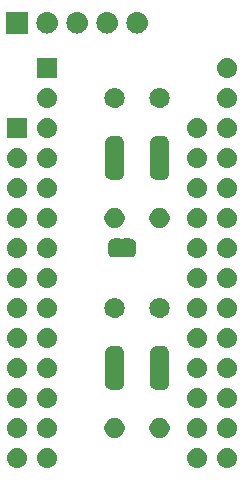
<source format=gbr>
G04 #@! TF.GenerationSoftware,KiCad,Pcbnew,(5.1.2)-1*
G04 #@! TF.CreationDate,2020-02-06T22:00:07-05:00*
G04 #@! TF.ProjectId,23xxxAdapter,32337878-7841-4646-9170-7465722e6b69,rev?*
G04 #@! TF.SameCoordinates,Original*
G04 #@! TF.FileFunction,Soldermask,Bot*
G04 #@! TF.FilePolarity,Negative*
%FSLAX46Y46*%
G04 Gerber Fmt 4.6, Leading zero omitted, Abs format (unit mm)*
G04 Created by KiCad (PCBNEW (5.1.2)-1) date 2020-02-06 22:00:07*
%MOMM*%
%LPD*%
G04 APERTURE LIST*
%ADD10C,0.100000*%
G04 APERTURE END LIST*
D10*
G36*
X157646823Y-105841313D02*
G01*
X157807242Y-105889976D01*
X157939906Y-105960886D01*
X157955078Y-105968996D01*
X158084659Y-106075341D01*
X158191004Y-106204922D01*
X158191005Y-106204924D01*
X158270024Y-106352758D01*
X158318687Y-106513177D01*
X158335117Y-106680000D01*
X158318687Y-106846823D01*
X158270024Y-107007242D01*
X158199114Y-107139906D01*
X158191004Y-107155078D01*
X158084659Y-107284659D01*
X157955078Y-107391004D01*
X157955076Y-107391005D01*
X157807242Y-107470024D01*
X157646823Y-107518687D01*
X157521804Y-107531000D01*
X157438196Y-107531000D01*
X157313177Y-107518687D01*
X157152758Y-107470024D01*
X157004924Y-107391005D01*
X157004922Y-107391004D01*
X156875341Y-107284659D01*
X156768996Y-107155078D01*
X156760886Y-107139906D01*
X156689976Y-107007242D01*
X156641313Y-106846823D01*
X156624883Y-106680000D01*
X156641313Y-106513177D01*
X156689976Y-106352758D01*
X156768995Y-106204924D01*
X156768996Y-106204922D01*
X156875341Y-106075341D01*
X157004922Y-105968996D01*
X157020094Y-105960886D01*
X157152758Y-105889976D01*
X157313177Y-105841313D01*
X157438196Y-105829000D01*
X157521804Y-105829000D01*
X157646823Y-105841313D01*
X157646823Y-105841313D01*
G37*
G36*
X170346823Y-105841313D02*
G01*
X170507242Y-105889976D01*
X170639906Y-105960886D01*
X170655078Y-105968996D01*
X170784659Y-106075341D01*
X170891004Y-106204922D01*
X170891005Y-106204924D01*
X170970024Y-106352758D01*
X171018687Y-106513177D01*
X171035117Y-106680000D01*
X171018687Y-106846823D01*
X170970024Y-107007242D01*
X170899114Y-107139906D01*
X170891004Y-107155078D01*
X170784659Y-107284659D01*
X170655078Y-107391004D01*
X170655076Y-107391005D01*
X170507242Y-107470024D01*
X170346823Y-107518687D01*
X170221804Y-107531000D01*
X170138196Y-107531000D01*
X170013177Y-107518687D01*
X169852758Y-107470024D01*
X169704924Y-107391005D01*
X169704922Y-107391004D01*
X169575341Y-107284659D01*
X169468996Y-107155078D01*
X169460886Y-107139906D01*
X169389976Y-107007242D01*
X169341313Y-106846823D01*
X169324883Y-106680000D01*
X169341313Y-106513177D01*
X169389976Y-106352758D01*
X169468995Y-106204924D01*
X169468996Y-106204922D01*
X169575341Y-106075341D01*
X169704922Y-105968996D01*
X169720094Y-105960886D01*
X169852758Y-105889976D01*
X170013177Y-105841313D01*
X170138196Y-105829000D01*
X170221804Y-105829000D01*
X170346823Y-105841313D01*
X170346823Y-105841313D01*
G37*
G36*
X172886823Y-105841313D02*
G01*
X173047242Y-105889976D01*
X173179906Y-105960886D01*
X173195078Y-105968996D01*
X173324659Y-106075341D01*
X173431004Y-106204922D01*
X173431005Y-106204924D01*
X173510024Y-106352758D01*
X173558687Y-106513177D01*
X173575117Y-106680000D01*
X173558687Y-106846823D01*
X173510024Y-107007242D01*
X173439114Y-107139906D01*
X173431004Y-107155078D01*
X173324659Y-107284659D01*
X173195078Y-107391004D01*
X173195076Y-107391005D01*
X173047242Y-107470024D01*
X172886823Y-107518687D01*
X172761804Y-107531000D01*
X172678196Y-107531000D01*
X172553177Y-107518687D01*
X172392758Y-107470024D01*
X172244924Y-107391005D01*
X172244922Y-107391004D01*
X172115341Y-107284659D01*
X172008996Y-107155078D01*
X172000886Y-107139906D01*
X171929976Y-107007242D01*
X171881313Y-106846823D01*
X171864883Y-106680000D01*
X171881313Y-106513177D01*
X171929976Y-106352758D01*
X172008995Y-106204924D01*
X172008996Y-106204922D01*
X172115341Y-106075341D01*
X172244922Y-105968996D01*
X172260094Y-105960886D01*
X172392758Y-105889976D01*
X172553177Y-105841313D01*
X172678196Y-105829000D01*
X172761804Y-105829000D01*
X172886823Y-105841313D01*
X172886823Y-105841313D01*
G37*
G36*
X155106823Y-105841313D02*
G01*
X155267242Y-105889976D01*
X155399906Y-105960886D01*
X155415078Y-105968996D01*
X155544659Y-106075341D01*
X155651004Y-106204922D01*
X155651005Y-106204924D01*
X155730024Y-106352758D01*
X155778687Y-106513177D01*
X155795117Y-106680000D01*
X155778687Y-106846823D01*
X155730024Y-107007242D01*
X155659114Y-107139906D01*
X155651004Y-107155078D01*
X155544659Y-107284659D01*
X155415078Y-107391004D01*
X155415076Y-107391005D01*
X155267242Y-107470024D01*
X155106823Y-107518687D01*
X154981804Y-107531000D01*
X154898196Y-107531000D01*
X154773177Y-107518687D01*
X154612758Y-107470024D01*
X154464924Y-107391005D01*
X154464922Y-107391004D01*
X154335341Y-107284659D01*
X154228996Y-107155078D01*
X154220886Y-107139906D01*
X154149976Y-107007242D01*
X154101313Y-106846823D01*
X154084883Y-106680000D01*
X154101313Y-106513177D01*
X154149976Y-106352758D01*
X154228995Y-106204924D01*
X154228996Y-106204922D01*
X154335341Y-106075341D01*
X154464922Y-105968996D01*
X154480094Y-105960886D01*
X154612758Y-105889976D01*
X154773177Y-105841313D01*
X154898196Y-105829000D01*
X154981804Y-105829000D01*
X155106823Y-105841313D01*
X155106823Y-105841313D01*
G37*
G36*
X172886823Y-103301313D02*
G01*
X173047242Y-103349976D01*
X173114361Y-103385852D01*
X173195078Y-103428996D01*
X173324659Y-103535341D01*
X173431004Y-103664922D01*
X173431005Y-103664924D01*
X173510024Y-103812758D01*
X173558687Y-103973177D01*
X173575117Y-104140000D01*
X173558687Y-104306823D01*
X173510024Y-104467242D01*
X173469477Y-104543100D01*
X173431004Y-104615078D01*
X173324659Y-104744659D01*
X173195078Y-104851004D01*
X173195076Y-104851005D01*
X173047242Y-104930024D01*
X172886823Y-104978687D01*
X172761804Y-104991000D01*
X172678196Y-104991000D01*
X172553177Y-104978687D01*
X172392758Y-104930024D01*
X172244924Y-104851005D01*
X172244922Y-104851004D01*
X172115341Y-104744659D01*
X172008996Y-104615078D01*
X171970523Y-104543100D01*
X171929976Y-104467242D01*
X171881313Y-104306823D01*
X171864883Y-104140000D01*
X171881313Y-103973177D01*
X171929976Y-103812758D01*
X172008995Y-103664924D01*
X172008996Y-103664922D01*
X172115341Y-103535341D01*
X172244922Y-103428996D01*
X172325639Y-103385852D01*
X172392758Y-103349976D01*
X172553177Y-103301313D01*
X172678196Y-103289000D01*
X172761804Y-103289000D01*
X172886823Y-103301313D01*
X172886823Y-103301313D01*
G37*
G36*
X155106823Y-103301313D02*
G01*
X155267242Y-103349976D01*
X155334361Y-103385852D01*
X155415078Y-103428996D01*
X155544659Y-103535341D01*
X155651004Y-103664922D01*
X155651005Y-103664924D01*
X155730024Y-103812758D01*
X155778687Y-103973177D01*
X155795117Y-104140000D01*
X155778687Y-104306823D01*
X155730024Y-104467242D01*
X155689477Y-104543100D01*
X155651004Y-104615078D01*
X155544659Y-104744659D01*
X155415078Y-104851004D01*
X155415076Y-104851005D01*
X155267242Y-104930024D01*
X155106823Y-104978687D01*
X154981804Y-104991000D01*
X154898196Y-104991000D01*
X154773177Y-104978687D01*
X154612758Y-104930024D01*
X154464924Y-104851005D01*
X154464922Y-104851004D01*
X154335341Y-104744659D01*
X154228996Y-104615078D01*
X154190523Y-104543100D01*
X154149976Y-104467242D01*
X154101313Y-104306823D01*
X154084883Y-104140000D01*
X154101313Y-103973177D01*
X154149976Y-103812758D01*
X154228995Y-103664924D01*
X154228996Y-103664922D01*
X154335341Y-103535341D01*
X154464922Y-103428996D01*
X154545639Y-103385852D01*
X154612758Y-103349976D01*
X154773177Y-103301313D01*
X154898196Y-103289000D01*
X154981804Y-103289000D01*
X155106823Y-103301313D01*
X155106823Y-103301313D01*
G37*
G36*
X170346823Y-103301313D02*
G01*
X170507242Y-103349976D01*
X170574361Y-103385852D01*
X170655078Y-103428996D01*
X170784659Y-103535341D01*
X170891004Y-103664922D01*
X170891005Y-103664924D01*
X170970024Y-103812758D01*
X171018687Y-103973177D01*
X171035117Y-104140000D01*
X171018687Y-104306823D01*
X170970024Y-104467242D01*
X170929477Y-104543100D01*
X170891004Y-104615078D01*
X170784659Y-104744659D01*
X170655078Y-104851004D01*
X170655076Y-104851005D01*
X170507242Y-104930024D01*
X170346823Y-104978687D01*
X170221804Y-104991000D01*
X170138196Y-104991000D01*
X170013177Y-104978687D01*
X169852758Y-104930024D01*
X169704924Y-104851005D01*
X169704922Y-104851004D01*
X169575341Y-104744659D01*
X169468996Y-104615078D01*
X169430523Y-104543100D01*
X169389976Y-104467242D01*
X169341313Y-104306823D01*
X169324883Y-104140000D01*
X169341313Y-103973177D01*
X169389976Y-103812758D01*
X169468995Y-103664924D01*
X169468996Y-103664922D01*
X169575341Y-103535341D01*
X169704922Y-103428996D01*
X169785639Y-103385852D01*
X169852758Y-103349976D01*
X170013177Y-103301313D01*
X170138196Y-103289000D01*
X170221804Y-103289000D01*
X170346823Y-103301313D01*
X170346823Y-103301313D01*
G37*
G36*
X163443228Y-103321703D02*
G01*
X163598100Y-103385853D01*
X163737481Y-103478985D01*
X163856015Y-103597519D01*
X163949147Y-103736900D01*
X164013297Y-103891772D01*
X164046000Y-104056184D01*
X164046000Y-104223816D01*
X164013297Y-104388228D01*
X163949147Y-104543100D01*
X163856015Y-104682481D01*
X163737481Y-104801015D01*
X163598100Y-104894147D01*
X163443228Y-104958297D01*
X163278816Y-104991000D01*
X163111184Y-104991000D01*
X162946772Y-104958297D01*
X162791900Y-104894147D01*
X162652519Y-104801015D01*
X162533985Y-104682481D01*
X162440853Y-104543100D01*
X162376703Y-104388228D01*
X162344000Y-104223816D01*
X162344000Y-104056184D01*
X162376703Y-103891772D01*
X162440853Y-103736900D01*
X162533985Y-103597519D01*
X162652519Y-103478985D01*
X162791900Y-103385853D01*
X162946772Y-103321703D01*
X163111184Y-103289000D01*
X163278816Y-103289000D01*
X163443228Y-103321703D01*
X163443228Y-103321703D01*
G37*
G36*
X167253228Y-103321703D02*
G01*
X167408100Y-103385853D01*
X167547481Y-103478985D01*
X167666015Y-103597519D01*
X167759147Y-103736900D01*
X167823297Y-103891772D01*
X167856000Y-104056184D01*
X167856000Y-104223816D01*
X167823297Y-104388228D01*
X167759147Y-104543100D01*
X167666015Y-104682481D01*
X167547481Y-104801015D01*
X167408100Y-104894147D01*
X167253228Y-104958297D01*
X167088816Y-104991000D01*
X166921184Y-104991000D01*
X166756772Y-104958297D01*
X166601900Y-104894147D01*
X166462519Y-104801015D01*
X166343985Y-104682481D01*
X166250853Y-104543100D01*
X166186703Y-104388228D01*
X166154000Y-104223816D01*
X166154000Y-104056184D01*
X166186703Y-103891772D01*
X166250853Y-103736900D01*
X166343985Y-103597519D01*
X166462519Y-103478985D01*
X166601900Y-103385853D01*
X166756772Y-103321703D01*
X166921184Y-103289000D01*
X167088816Y-103289000D01*
X167253228Y-103321703D01*
X167253228Y-103321703D01*
G37*
G36*
X157646823Y-103301313D02*
G01*
X157807242Y-103349976D01*
X157874361Y-103385852D01*
X157955078Y-103428996D01*
X158084659Y-103535341D01*
X158191004Y-103664922D01*
X158191005Y-103664924D01*
X158270024Y-103812758D01*
X158318687Y-103973177D01*
X158335117Y-104140000D01*
X158318687Y-104306823D01*
X158270024Y-104467242D01*
X158229477Y-104543100D01*
X158191004Y-104615078D01*
X158084659Y-104744659D01*
X157955078Y-104851004D01*
X157955076Y-104851005D01*
X157807242Y-104930024D01*
X157646823Y-104978687D01*
X157521804Y-104991000D01*
X157438196Y-104991000D01*
X157313177Y-104978687D01*
X157152758Y-104930024D01*
X157004924Y-104851005D01*
X157004922Y-104851004D01*
X156875341Y-104744659D01*
X156768996Y-104615078D01*
X156730523Y-104543100D01*
X156689976Y-104467242D01*
X156641313Y-104306823D01*
X156624883Y-104140000D01*
X156641313Y-103973177D01*
X156689976Y-103812758D01*
X156768995Y-103664924D01*
X156768996Y-103664922D01*
X156875341Y-103535341D01*
X157004922Y-103428996D01*
X157085639Y-103385852D01*
X157152758Y-103349976D01*
X157313177Y-103301313D01*
X157438196Y-103289000D01*
X157521804Y-103289000D01*
X157646823Y-103301313D01*
X157646823Y-103301313D01*
G37*
G36*
X157646823Y-100761313D02*
G01*
X157807242Y-100809976D01*
X157878954Y-100848307D01*
X157955078Y-100888996D01*
X158084659Y-100995341D01*
X158191004Y-101124922D01*
X158191005Y-101124924D01*
X158270024Y-101272758D01*
X158318687Y-101433177D01*
X158335117Y-101600000D01*
X158318687Y-101766823D01*
X158270024Y-101927242D01*
X158199114Y-102059906D01*
X158191004Y-102075078D01*
X158084659Y-102204659D01*
X157955078Y-102311004D01*
X157955076Y-102311005D01*
X157807242Y-102390024D01*
X157646823Y-102438687D01*
X157521804Y-102451000D01*
X157438196Y-102451000D01*
X157313177Y-102438687D01*
X157152758Y-102390024D01*
X157004924Y-102311005D01*
X157004922Y-102311004D01*
X156875341Y-102204659D01*
X156768996Y-102075078D01*
X156760886Y-102059906D01*
X156689976Y-101927242D01*
X156641313Y-101766823D01*
X156624883Y-101600000D01*
X156641313Y-101433177D01*
X156689976Y-101272758D01*
X156768995Y-101124924D01*
X156768996Y-101124922D01*
X156875341Y-100995341D01*
X157004922Y-100888996D01*
X157081046Y-100848307D01*
X157152758Y-100809976D01*
X157313177Y-100761313D01*
X157438196Y-100749000D01*
X157521804Y-100749000D01*
X157646823Y-100761313D01*
X157646823Y-100761313D01*
G37*
G36*
X170346823Y-100761313D02*
G01*
X170507242Y-100809976D01*
X170578954Y-100848307D01*
X170655078Y-100888996D01*
X170784659Y-100995341D01*
X170891004Y-101124922D01*
X170891005Y-101124924D01*
X170970024Y-101272758D01*
X171018687Y-101433177D01*
X171035117Y-101600000D01*
X171018687Y-101766823D01*
X170970024Y-101927242D01*
X170899114Y-102059906D01*
X170891004Y-102075078D01*
X170784659Y-102204659D01*
X170655078Y-102311004D01*
X170655076Y-102311005D01*
X170507242Y-102390024D01*
X170346823Y-102438687D01*
X170221804Y-102451000D01*
X170138196Y-102451000D01*
X170013177Y-102438687D01*
X169852758Y-102390024D01*
X169704924Y-102311005D01*
X169704922Y-102311004D01*
X169575341Y-102204659D01*
X169468996Y-102075078D01*
X169460886Y-102059906D01*
X169389976Y-101927242D01*
X169341313Y-101766823D01*
X169324883Y-101600000D01*
X169341313Y-101433177D01*
X169389976Y-101272758D01*
X169468995Y-101124924D01*
X169468996Y-101124922D01*
X169575341Y-100995341D01*
X169704922Y-100888996D01*
X169781046Y-100848307D01*
X169852758Y-100809976D01*
X170013177Y-100761313D01*
X170138196Y-100749000D01*
X170221804Y-100749000D01*
X170346823Y-100761313D01*
X170346823Y-100761313D01*
G37*
G36*
X155106823Y-100761313D02*
G01*
X155267242Y-100809976D01*
X155338954Y-100848307D01*
X155415078Y-100888996D01*
X155544659Y-100995341D01*
X155651004Y-101124922D01*
X155651005Y-101124924D01*
X155730024Y-101272758D01*
X155778687Y-101433177D01*
X155795117Y-101600000D01*
X155778687Y-101766823D01*
X155730024Y-101927242D01*
X155659114Y-102059906D01*
X155651004Y-102075078D01*
X155544659Y-102204659D01*
X155415078Y-102311004D01*
X155415076Y-102311005D01*
X155267242Y-102390024D01*
X155106823Y-102438687D01*
X154981804Y-102451000D01*
X154898196Y-102451000D01*
X154773177Y-102438687D01*
X154612758Y-102390024D01*
X154464924Y-102311005D01*
X154464922Y-102311004D01*
X154335341Y-102204659D01*
X154228996Y-102075078D01*
X154220886Y-102059906D01*
X154149976Y-101927242D01*
X154101313Y-101766823D01*
X154084883Y-101600000D01*
X154101313Y-101433177D01*
X154149976Y-101272758D01*
X154228995Y-101124924D01*
X154228996Y-101124922D01*
X154335341Y-100995341D01*
X154464922Y-100888996D01*
X154541046Y-100848307D01*
X154612758Y-100809976D01*
X154773177Y-100761313D01*
X154898196Y-100749000D01*
X154981804Y-100749000D01*
X155106823Y-100761313D01*
X155106823Y-100761313D01*
G37*
G36*
X172886823Y-100761313D02*
G01*
X173047242Y-100809976D01*
X173118954Y-100848307D01*
X173195078Y-100888996D01*
X173324659Y-100995341D01*
X173431004Y-101124922D01*
X173431005Y-101124924D01*
X173510024Y-101272758D01*
X173558687Y-101433177D01*
X173575117Y-101600000D01*
X173558687Y-101766823D01*
X173510024Y-101927242D01*
X173439114Y-102059906D01*
X173431004Y-102075078D01*
X173324659Y-102204659D01*
X173195078Y-102311004D01*
X173195076Y-102311005D01*
X173047242Y-102390024D01*
X172886823Y-102438687D01*
X172761804Y-102451000D01*
X172678196Y-102451000D01*
X172553177Y-102438687D01*
X172392758Y-102390024D01*
X172244924Y-102311005D01*
X172244922Y-102311004D01*
X172115341Y-102204659D01*
X172008996Y-102075078D01*
X172000886Y-102059906D01*
X171929976Y-101927242D01*
X171881313Y-101766823D01*
X171864883Y-101600000D01*
X171881313Y-101433177D01*
X171929976Y-101272758D01*
X172008995Y-101124924D01*
X172008996Y-101124922D01*
X172115341Y-100995341D01*
X172244922Y-100888996D01*
X172321046Y-100848307D01*
X172392758Y-100809976D01*
X172553177Y-100761313D01*
X172678196Y-100749000D01*
X172761804Y-100749000D01*
X172886823Y-100761313D01*
X172886823Y-100761313D01*
G37*
G36*
X167267199Y-97209954D02*
G01*
X167279450Y-97210556D01*
X167297869Y-97210556D01*
X167320149Y-97212750D01*
X167404233Y-97229476D01*
X167425660Y-97235976D01*
X167504858Y-97268780D01*
X167510303Y-97271691D01*
X167510309Y-97271693D01*
X167519169Y-97276429D01*
X167519173Y-97276432D01*
X167524614Y-97279340D01*
X167595899Y-97326971D01*
X167613204Y-97341172D01*
X167673828Y-97401796D01*
X167688029Y-97419101D01*
X167735660Y-97490386D01*
X167738568Y-97495827D01*
X167738571Y-97495831D01*
X167743307Y-97504691D01*
X167743309Y-97504697D01*
X167746220Y-97510142D01*
X167779024Y-97589340D01*
X167785524Y-97610767D01*
X167802250Y-97694851D01*
X167804444Y-97717131D01*
X167804444Y-97735550D01*
X167805046Y-97747801D01*
X167806852Y-97766139D01*
X167806852Y-98303860D01*
X167805263Y-98319999D01*
X167800855Y-98334528D01*
X167795394Y-98347711D01*
X167790612Y-98371745D01*
X167790611Y-98396249D01*
X167795391Y-98420282D01*
X167804768Y-98442921D01*
X167806000Y-98444765D01*
X167806000Y-99676050D01*
X167799525Y-99688164D01*
X167792412Y-99711613D01*
X167790010Y-99735999D01*
X167792412Y-99760385D01*
X167799525Y-99783834D01*
X167801848Y-99788746D01*
X167805263Y-99800001D01*
X167806852Y-99816140D01*
X167806852Y-100353862D01*
X167805046Y-100372199D01*
X167804444Y-100384450D01*
X167804444Y-100402869D01*
X167802250Y-100425149D01*
X167785524Y-100509233D01*
X167779024Y-100530660D01*
X167746220Y-100609858D01*
X167743309Y-100615303D01*
X167743307Y-100615309D01*
X167738571Y-100624169D01*
X167738568Y-100624173D01*
X167735660Y-100629614D01*
X167688029Y-100700899D01*
X167673828Y-100718204D01*
X167613204Y-100778828D01*
X167595899Y-100793029D01*
X167524614Y-100840660D01*
X167519173Y-100843568D01*
X167519169Y-100843571D01*
X167510309Y-100848307D01*
X167510303Y-100848309D01*
X167504858Y-100851220D01*
X167425660Y-100884024D01*
X167404233Y-100890524D01*
X167320149Y-100907250D01*
X167297869Y-100909444D01*
X167279450Y-100909444D01*
X167267199Y-100910046D01*
X167248862Y-100911852D01*
X166761138Y-100911852D01*
X166742801Y-100910046D01*
X166730550Y-100909444D01*
X166712131Y-100909444D01*
X166689851Y-100907250D01*
X166605767Y-100890524D01*
X166584340Y-100884024D01*
X166505142Y-100851220D01*
X166499697Y-100848309D01*
X166499691Y-100848307D01*
X166490831Y-100843571D01*
X166490827Y-100843568D01*
X166485386Y-100840660D01*
X166414101Y-100793029D01*
X166396796Y-100778828D01*
X166336172Y-100718204D01*
X166321971Y-100700899D01*
X166274340Y-100629614D01*
X166271432Y-100624173D01*
X166271429Y-100624169D01*
X166266693Y-100615309D01*
X166266691Y-100615303D01*
X166263780Y-100609858D01*
X166230976Y-100530660D01*
X166224476Y-100509233D01*
X166207750Y-100425149D01*
X166205556Y-100402869D01*
X166205556Y-100384450D01*
X166204954Y-100372199D01*
X166203148Y-100353862D01*
X166203148Y-99816140D01*
X166204737Y-99800001D01*
X166209145Y-99785472D01*
X166214606Y-99772289D01*
X166219388Y-99748255D01*
X166219389Y-99723751D01*
X166214609Y-99699718D01*
X166205232Y-99677079D01*
X166204000Y-99675235D01*
X166204000Y-98443950D01*
X166210475Y-98431836D01*
X166217588Y-98408387D01*
X166219990Y-98384001D01*
X166217588Y-98359615D01*
X166210475Y-98336166D01*
X166208152Y-98331254D01*
X166204737Y-98319999D01*
X166203148Y-98303860D01*
X166203148Y-97766139D01*
X166204954Y-97747801D01*
X166205556Y-97735550D01*
X166205556Y-97717131D01*
X166207750Y-97694851D01*
X166224476Y-97610767D01*
X166230976Y-97589340D01*
X166263780Y-97510142D01*
X166266691Y-97504697D01*
X166266693Y-97504691D01*
X166271429Y-97495831D01*
X166271432Y-97495827D01*
X166274340Y-97490386D01*
X166321971Y-97419101D01*
X166336172Y-97401796D01*
X166396796Y-97341172D01*
X166414101Y-97326971D01*
X166485386Y-97279340D01*
X166490827Y-97276432D01*
X166490831Y-97276429D01*
X166499691Y-97271693D01*
X166499697Y-97271691D01*
X166505142Y-97268780D01*
X166584340Y-97235976D01*
X166605767Y-97229476D01*
X166689851Y-97212750D01*
X166712131Y-97210556D01*
X166730550Y-97210556D01*
X166742801Y-97209954D01*
X166761139Y-97208148D01*
X167248861Y-97208148D01*
X167267199Y-97209954D01*
X167267199Y-97209954D01*
G37*
G36*
X163457199Y-97209954D02*
G01*
X163469450Y-97210556D01*
X163487869Y-97210556D01*
X163510149Y-97212750D01*
X163594233Y-97229476D01*
X163615660Y-97235976D01*
X163694858Y-97268780D01*
X163700303Y-97271691D01*
X163700309Y-97271693D01*
X163709169Y-97276429D01*
X163709173Y-97276432D01*
X163714614Y-97279340D01*
X163785899Y-97326971D01*
X163803204Y-97341172D01*
X163863828Y-97401796D01*
X163878029Y-97419101D01*
X163925660Y-97490386D01*
X163928568Y-97495827D01*
X163928571Y-97495831D01*
X163933307Y-97504691D01*
X163933309Y-97504697D01*
X163936220Y-97510142D01*
X163969024Y-97589340D01*
X163975524Y-97610767D01*
X163992250Y-97694851D01*
X163994444Y-97717131D01*
X163994444Y-97735550D01*
X163995046Y-97747801D01*
X163996852Y-97766139D01*
X163996852Y-98303860D01*
X163995263Y-98319999D01*
X163990855Y-98334528D01*
X163985394Y-98347711D01*
X163980612Y-98371745D01*
X163980611Y-98396249D01*
X163985391Y-98420282D01*
X163994768Y-98442921D01*
X163996000Y-98444765D01*
X163996000Y-99676050D01*
X163989525Y-99688164D01*
X163982412Y-99711613D01*
X163980010Y-99735999D01*
X163982412Y-99760385D01*
X163989525Y-99783834D01*
X163991848Y-99788746D01*
X163995263Y-99800001D01*
X163996852Y-99816140D01*
X163996852Y-100353862D01*
X163995046Y-100372199D01*
X163994444Y-100384450D01*
X163994444Y-100402869D01*
X163992250Y-100425149D01*
X163975524Y-100509233D01*
X163969024Y-100530660D01*
X163936220Y-100609858D01*
X163933309Y-100615303D01*
X163933307Y-100615309D01*
X163928571Y-100624169D01*
X163928568Y-100624173D01*
X163925660Y-100629614D01*
X163878029Y-100700899D01*
X163863828Y-100718204D01*
X163803204Y-100778828D01*
X163785899Y-100793029D01*
X163714614Y-100840660D01*
X163709173Y-100843568D01*
X163709169Y-100843571D01*
X163700309Y-100848307D01*
X163700303Y-100848309D01*
X163694858Y-100851220D01*
X163615660Y-100884024D01*
X163594233Y-100890524D01*
X163510149Y-100907250D01*
X163487869Y-100909444D01*
X163469450Y-100909444D01*
X163457199Y-100910046D01*
X163438862Y-100911852D01*
X162951138Y-100911852D01*
X162932801Y-100910046D01*
X162920550Y-100909444D01*
X162902131Y-100909444D01*
X162879851Y-100907250D01*
X162795767Y-100890524D01*
X162774340Y-100884024D01*
X162695142Y-100851220D01*
X162689697Y-100848309D01*
X162689691Y-100848307D01*
X162680831Y-100843571D01*
X162680827Y-100843568D01*
X162675386Y-100840660D01*
X162604101Y-100793029D01*
X162586796Y-100778828D01*
X162526172Y-100718204D01*
X162511971Y-100700899D01*
X162464340Y-100629614D01*
X162461432Y-100624173D01*
X162461429Y-100624169D01*
X162456693Y-100615309D01*
X162456691Y-100615303D01*
X162453780Y-100609858D01*
X162420976Y-100530660D01*
X162414476Y-100509233D01*
X162397750Y-100425149D01*
X162395556Y-100402869D01*
X162395556Y-100384450D01*
X162394954Y-100372199D01*
X162393148Y-100353862D01*
X162393148Y-99816140D01*
X162394737Y-99800001D01*
X162399145Y-99785472D01*
X162404606Y-99772289D01*
X162409388Y-99748255D01*
X162409389Y-99723751D01*
X162404609Y-99699718D01*
X162395232Y-99677079D01*
X162394000Y-99675235D01*
X162394000Y-98443950D01*
X162400475Y-98431836D01*
X162407588Y-98408387D01*
X162409990Y-98384001D01*
X162407588Y-98359615D01*
X162400475Y-98336166D01*
X162398152Y-98331254D01*
X162394737Y-98319999D01*
X162393148Y-98303860D01*
X162393148Y-97766139D01*
X162394954Y-97747801D01*
X162395556Y-97735550D01*
X162395556Y-97717131D01*
X162397750Y-97694851D01*
X162414476Y-97610767D01*
X162420976Y-97589340D01*
X162453780Y-97510142D01*
X162456691Y-97504697D01*
X162456693Y-97504691D01*
X162461429Y-97495831D01*
X162461432Y-97495827D01*
X162464340Y-97490386D01*
X162511971Y-97419101D01*
X162526172Y-97401796D01*
X162586796Y-97341172D01*
X162604101Y-97326971D01*
X162675386Y-97279340D01*
X162680827Y-97276432D01*
X162680831Y-97276429D01*
X162689691Y-97271693D01*
X162689697Y-97271691D01*
X162695142Y-97268780D01*
X162774340Y-97235976D01*
X162795767Y-97229476D01*
X162879851Y-97212750D01*
X162902131Y-97210556D01*
X162920550Y-97210556D01*
X162932801Y-97209954D01*
X162951139Y-97208148D01*
X163438861Y-97208148D01*
X163457199Y-97209954D01*
X163457199Y-97209954D01*
G37*
G36*
X155106823Y-98221313D02*
G01*
X155267242Y-98269976D01*
X155360826Y-98319998D01*
X155415078Y-98348996D01*
X155544659Y-98455341D01*
X155651004Y-98584922D01*
X155651005Y-98584924D01*
X155730024Y-98732758D01*
X155778687Y-98893177D01*
X155795117Y-99060000D01*
X155778687Y-99226823D01*
X155730024Y-99387242D01*
X155659114Y-99519906D01*
X155651004Y-99535078D01*
X155544659Y-99664659D01*
X155415078Y-99771004D01*
X155415076Y-99771005D01*
X155267242Y-99850024D01*
X155106823Y-99898687D01*
X154981804Y-99911000D01*
X154898196Y-99911000D01*
X154773177Y-99898687D01*
X154612758Y-99850024D01*
X154464924Y-99771005D01*
X154464922Y-99771004D01*
X154335341Y-99664659D01*
X154228996Y-99535078D01*
X154220886Y-99519906D01*
X154149976Y-99387242D01*
X154101313Y-99226823D01*
X154084883Y-99060000D01*
X154101313Y-98893177D01*
X154149976Y-98732758D01*
X154228995Y-98584924D01*
X154228996Y-98584922D01*
X154335341Y-98455341D01*
X154464922Y-98348996D01*
X154519174Y-98319998D01*
X154612758Y-98269976D01*
X154773177Y-98221313D01*
X154898196Y-98209000D01*
X154981804Y-98209000D01*
X155106823Y-98221313D01*
X155106823Y-98221313D01*
G37*
G36*
X157646823Y-98221313D02*
G01*
X157807242Y-98269976D01*
X157900826Y-98319998D01*
X157955078Y-98348996D01*
X158084659Y-98455341D01*
X158191004Y-98584922D01*
X158191005Y-98584924D01*
X158270024Y-98732758D01*
X158318687Y-98893177D01*
X158335117Y-99060000D01*
X158318687Y-99226823D01*
X158270024Y-99387242D01*
X158199114Y-99519906D01*
X158191004Y-99535078D01*
X158084659Y-99664659D01*
X157955078Y-99771004D01*
X157955076Y-99771005D01*
X157807242Y-99850024D01*
X157646823Y-99898687D01*
X157521804Y-99911000D01*
X157438196Y-99911000D01*
X157313177Y-99898687D01*
X157152758Y-99850024D01*
X157004924Y-99771005D01*
X157004922Y-99771004D01*
X156875341Y-99664659D01*
X156768996Y-99535078D01*
X156760886Y-99519906D01*
X156689976Y-99387242D01*
X156641313Y-99226823D01*
X156624883Y-99060000D01*
X156641313Y-98893177D01*
X156689976Y-98732758D01*
X156768995Y-98584924D01*
X156768996Y-98584922D01*
X156875341Y-98455341D01*
X157004922Y-98348996D01*
X157059174Y-98319998D01*
X157152758Y-98269976D01*
X157313177Y-98221313D01*
X157438196Y-98209000D01*
X157521804Y-98209000D01*
X157646823Y-98221313D01*
X157646823Y-98221313D01*
G37*
G36*
X172886823Y-98221313D02*
G01*
X173047242Y-98269976D01*
X173140826Y-98319998D01*
X173195078Y-98348996D01*
X173324659Y-98455341D01*
X173431004Y-98584922D01*
X173431005Y-98584924D01*
X173510024Y-98732758D01*
X173558687Y-98893177D01*
X173575117Y-99060000D01*
X173558687Y-99226823D01*
X173510024Y-99387242D01*
X173439114Y-99519906D01*
X173431004Y-99535078D01*
X173324659Y-99664659D01*
X173195078Y-99771004D01*
X173195076Y-99771005D01*
X173047242Y-99850024D01*
X172886823Y-99898687D01*
X172761804Y-99911000D01*
X172678196Y-99911000D01*
X172553177Y-99898687D01*
X172392758Y-99850024D01*
X172244924Y-99771005D01*
X172244922Y-99771004D01*
X172115341Y-99664659D01*
X172008996Y-99535078D01*
X172000886Y-99519906D01*
X171929976Y-99387242D01*
X171881313Y-99226823D01*
X171864883Y-99060000D01*
X171881313Y-98893177D01*
X171929976Y-98732758D01*
X172008995Y-98584924D01*
X172008996Y-98584922D01*
X172115341Y-98455341D01*
X172244922Y-98348996D01*
X172299174Y-98319998D01*
X172392758Y-98269976D01*
X172553177Y-98221313D01*
X172678196Y-98209000D01*
X172761804Y-98209000D01*
X172886823Y-98221313D01*
X172886823Y-98221313D01*
G37*
G36*
X170346823Y-98221313D02*
G01*
X170507242Y-98269976D01*
X170600826Y-98319998D01*
X170655078Y-98348996D01*
X170784659Y-98455341D01*
X170891004Y-98584922D01*
X170891005Y-98584924D01*
X170970024Y-98732758D01*
X171018687Y-98893177D01*
X171035117Y-99060000D01*
X171018687Y-99226823D01*
X170970024Y-99387242D01*
X170899114Y-99519906D01*
X170891004Y-99535078D01*
X170784659Y-99664659D01*
X170655078Y-99771004D01*
X170655076Y-99771005D01*
X170507242Y-99850024D01*
X170346823Y-99898687D01*
X170221804Y-99911000D01*
X170138196Y-99911000D01*
X170013177Y-99898687D01*
X169852758Y-99850024D01*
X169704924Y-99771005D01*
X169704922Y-99771004D01*
X169575341Y-99664659D01*
X169468996Y-99535078D01*
X169460886Y-99519906D01*
X169389976Y-99387242D01*
X169341313Y-99226823D01*
X169324883Y-99060000D01*
X169341313Y-98893177D01*
X169389976Y-98732758D01*
X169468995Y-98584924D01*
X169468996Y-98584922D01*
X169575341Y-98455341D01*
X169704922Y-98348996D01*
X169759174Y-98319998D01*
X169852758Y-98269976D01*
X170013177Y-98221313D01*
X170138196Y-98209000D01*
X170221804Y-98209000D01*
X170346823Y-98221313D01*
X170346823Y-98221313D01*
G37*
G36*
X157646823Y-95681313D02*
G01*
X157807242Y-95729976D01*
X157939906Y-95800886D01*
X157955078Y-95808996D01*
X158084659Y-95915341D01*
X158191004Y-96044922D01*
X158191005Y-96044924D01*
X158270024Y-96192758D01*
X158318687Y-96353177D01*
X158335117Y-96520000D01*
X158318687Y-96686823D01*
X158270024Y-96847242D01*
X158199114Y-96979906D01*
X158191004Y-96995078D01*
X158084659Y-97124659D01*
X157955078Y-97231004D01*
X157955076Y-97231005D01*
X157807242Y-97310024D01*
X157646823Y-97358687D01*
X157521804Y-97371000D01*
X157438196Y-97371000D01*
X157313177Y-97358687D01*
X157152758Y-97310024D01*
X157004924Y-97231005D01*
X157004922Y-97231004D01*
X156875341Y-97124659D01*
X156768996Y-96995078D01*
X156760886Y-96979906D01*
X156689976Y-96847242D01*
X156641313Y-96686823D01*
X156624883Y-96520000D01*
X156641313Y-96353177D01*
X156689976Y-96192758D01*
X156768995Y-96044924D01*
X156768996Y-96044922D01*
X156875341Y-95915341D01*
X157004922Y-95808996D01*
X157020094Y-95800886D01*
X157152758Y-95729976D01*
X157313177Y-95681313D01*
X157438196Y-95669000D01*
X157521804Y-95669000D01*
X157646823Y-95681313D01*
X157646823Y-95681313D01*
G37*
G36*
X172886823Y-95681313D02*
G01*
X173047242Y-95729976D01*
X173179906Y-95800886D01*
X173195078Y-95808996D01*
X173324659Y-95915341D01*
X173431004Y-96044922D01*
X173431005Y-96044924D01*
X173510024Y-96192758D01*
X173558687Y-96353177D01*
X173575117Y-96520000D01*
X173558687Y-96686823D01*
X173510024Y-96847242D01*
X173439114Y-96979906D01*
X173431004Y-96995078D01*
X173324659Y-97124659D01*
X173195078Y-97231004D01*
X173195076Y-97231005D01*
X173047242Y-97310024D01*
X172886823Y-97358687D01*
X172761804Y-97371000D01*
X172678196Y-97371000D01*
X172553177Y-97358687D01*
X172392758Y-97310024D01*
X172244924Y-97231005D01*
X172244922Y-97231004D01*
X172115341Y-97124659D01*
X172008996Y-96995078D01*
X172000886Y-96979906D01*
X171929976Y-96847242D01*
X171881313Y-96686823D01*
X171864883Y-96520000D01*
X171881313Y-96353177D01*
X171929976Y-96192758D01*
X172008995Y-96044924D01*
X172008996Y-96044922D01*
X172115341Y-95915341D01*
X172244922Y-95808996D01*
X172260094Y-95800886D01*
X172392758Y-95729976D01*
X172553177Y-95681313D01*
X172678196Y-95669000D01*
X172761804Y-95669000D01*
X172886823Y-95681313D01*
X172886823Y-95681313D01*
G37*
G36*
X170346823Y-95681313D02*
G01*
X170507242Y-95729976D01*
X170639906Y-95800886D01*
X170655078Y-95808996D01*
X170784659Y-95915341D01*
X170891004Y-96044922D01*
X170891005Y-96044924D01*
X170970024Y-96192758D01*
X171018687Y-96353177D01*
X171035117Y-96520000D01*
X171018687Y-96686823D01*
X170970024Y-96847242D01*
X170899114Y-96979906D01*
X170891004Y-96995078D01*
X170784659Y-97124659D01*
X170655078Y-97231004D01*
X170655076Y-97231005D01*
X170507242Y-97310024D01*
X170346823Y-97358687D01*
X170221804Y-97371000D01*
X170138196Y-97371000D01*
X170013177Y-97358687D01*
X169852758Y-97310024D01*
X169704924Y-97231005D01*
X169704922Y-97231004D01*
X169575341Y-97124659D01*
X169468996Y-96995078D01*
X169460886Y-96979906D01*
X169389976Y-96847242D01*
X169341313Y-96686823D01*
X169324883Y-96520000D01*
X169341313Y-96353177D01*
X169389976Y-96192758D01*
X169468995Y-96044924D01*
X169468996Y-96044922D01*
X169575341Y-95915341D01*
X169704922Y-95808996D01*
X169720094Y-95800886D01*
X169852758Y-95729976D01*
X170013177Y-95681313D01*
X170138196Y-95669000D01*
X170221804Y-95669000D01*
X170346823Y-95681313D01*
X170346823Y-95681313D01*
G37*
G36*
X155106823Y-95681313D02*
G01*
X155267242Y-95729976D01*
X155399906Y-95800886D01*
X155415078Y-95808996D01*
X155544659Y-95915341D01*
X155651004Y-96044922D01*
X155651005Y-96044924D01*
X155730024Y-96192758D01*
X155778687Y-96353177D01*
X155795117Y-96520000D01*
X155778687Y-96686823D01*
X155730024Y-96847242D01*
X155659114Y-96979906D01*
X155651004Y-96995078D01*
X155544659Y-97124659D01*
X155415078Y-97231004D01*
X155415076Y-97231005D01*
X155267242Y-97310024D01*
X155106823Y-97358687D01*
X154981804Y-97371000D01*
X154898196Y-97371000D01*
X154773177Y-97358687D01*
X154612758Y-97310024D01*
X154464924Y-97231005D01*
X154464922Y-97231004D01*
X154335341Y-97124659D01*
X154228996Y-96995078D01*
X154220886Y-96979906D01*
X154149976Y-96847242D01*
X154101313Y-96686823D01*
X154084883Y-96520000D01*
X154101313Y-96353177D01*
X154149976Y-96192758D01*
X154228995Y-96044924D01*
X154228996Y-96044922D01*
X154335341Y-95915341D01*
X154464922Y-95808996D01*
X154480094Y-95800886D01*
X154612758Y-95729976D01*
X154773177Y-95681313D01*
X154898196Y-95669000D01*
X154981804Y-95669000D01*
X155106823Y-95681313D01*
X155106823Y-95681313D01*
G37*
G36*
X167171823Y-93141313D02*
G01*
X167332242Y-93189976D01*
X167464906Y-93260886D01*
X167480078Y-93268996D01*
X167609659Y-93375341D01*
X167716004Y-93504922D01*
X167716005Y-93504924D01*
X167795024Y-93652758D01*
X167843687Y-93813177D01*
X167860117Y-93980000D01*
X167843687Y-94146823D01*
X167795024Y-94307242D01*
X167724114Y-94439906D01*
X167716004Y-94455078D01*
X167609659Y-94584659D01*
X167480078Y-94691004D01*
X167480076Y-94691005D01*
X167332242Y-94770024D01*
X167171823Y-94818687D01*
X167046804Y-94831000D01*
X166963196Y-94831000D01*
X166838177Y-94818687D01*
X166677758Y-94770024D01*
X166529924Y-94691005D01*
X166529922Y-94691004D01*
X166400341Y-94584659D01*
X166293996Y-94455078D01*
X166285886Y-94439906D01*
X166214976Y-94307242D01*
X166166313Y-94146823D01*
X166149883Y-93980000D01*
X166166313Y-93813177D01*
X166214976Y-93652758D01*
X166293995Y-93504924D01*
X166293996Y-93504922D01*
X166400341Y-93375341D01*
X166529922Y-93268996D01*
X166545094Y-93260886D01*
X166677758Y-93189976D01*
X166838177Y-93141313D01*
X166963196Y-93129000D01*
X167046804Y-93129000D01*
X167171823Y-93141313D01*
X167171823Y-93141313D01*
G37*
G36*
X172886823Y-93141313D02*
G01*
X173047242Y-93189976D01*
X173179906Y-93260886D01*
X173195078Y-93268996D01*
X173324659Y-93375341D01*
X173431004Y-93504922D01*
X173431005Y-93504924D01*
X173510024Y-93652758D01*
X173558687Y-93813177D01*
X173575117Y-93980000D01*
X173558687Y-94146823D01*
X173510024Y-94307242D01*
X173439114Y-94439906D01*
X173431004Y-94455078D01*
X173324659Y-94584659D01*
X173195078Y-94691004D01*
X173195076Y-94691005D01*
X173047242Y-94770024D01*
X172886823Y-94818687D01*
X172761804Y-94831000D01*
X172678196Y-94831000D01*
X172553177Y-94818687D01*
X172392758Y-94770024D01*
X172244924Y-94691005D01*
X172244922Y-94691004D01*
X172115341Y-94584659D01*
X172008996Y-94455078D01*
X172000886Y-94439906D01*
X171929976Y-94307242D01*
X171881313Y-94146823D01*
X171864883Y-93980000D01*
X171881313Y-93813177D01*
X171929976Y-93652758D01*
X172008995Y-93504924D01*
X172008996Y-93504922D01*
X172115341Y-93375341D01*
X172244922Y-93268996D01*
X172260094Y-93260886D01*
X172392758Y-93189976D01*
X172553177Y-93141313D01*
X172678196Y-93129000D01*
X172761804Y-93129000D01*
X172886823Y-93141313D01*
X172886823Y-93141313D01*
G37*
G36*
X170346823Y-93141313D02*
G01*
X170507242Y-93189976D01*
X170639906Y-93260886D01*
X170655078Y-93268996D01*
X170784659Y-93375341D01*
X170891004Y-93504922D01*
X170891005Y-93504924D01*
X170970024Y-93652758D01*
X171018687Y-93813177D01*
X171035117Y-93980000D01*
X171018687Y-94146823D01*
X170970024Y-94307242D01*
X170899114Y-94439906D01*
X170891004Y-94455078D01*
X170784659Y-94584659D01*
X170655078Y-94691004D01*
X170655076Y-94691005D01*
X170507242Y-94770024D01*
X170346823Y-94818687D01*
X170221804Y-94831000D01*
X170138196Y-94831000D01*
X170013177Y-94818687D01*
X169852758Y-94770024D01*
X169704924Y-94691005D01*
X169704922Y-94691004D01*
X169575341Y-94584659D01*
X169468996Y-94455078D01*
X169460886Y-94439906D01*
X169389976Y-94307242D01*
X169341313Y-94146823D01*
X169324883Y-93980000D01*
X169341313Y-93813177D01*
X169389976Y-93652758D01*
X169468995Y-93504924D01*
X169468996Y-93504922D01*
X169575341Y-93375341D01*
X169704922Y-93268996D01*
X169720094Y-93260886D01*
X169852758Y-93189976D01*
X170013177Y-93141313D01*
X170138196Y-93129000D01*
X170221804Y-93129000D01*
X170346823Y-93141313D01*
X170346823Y-93141313D01*
G37*
G36*
X155106823Y-93141313D02*
G01*
X155267242Y-93189976D01*
X155399906Y-93260886D01*
X155415078Y-93268996D01*
X155544659Y-93375341D01*
X155651004Y-93504922D01*
X155651005Y-93504924D01*
X155730024Y-93652758D01*
X155778687Y-93813177D01*
X155795117Y-93980000D01*
X155778687Y-94146823D01*
X155730024Y-94307242D01*
X155659114Y-94439906D01*
X155651004Y-94455078D01*
X155544659Y-94584659D01*
X155415078Y-94691004D01*
X155415076Y-94691005D01*
X155267242Y-94770024D01*
X155106823Y-94818687D01*
X154981804Y-94831000D01*
X154898196Y-94831000D01*
X154773177Y-94818687D01*
X154612758Y-94770024D01*
X154464924Y-94691005D01*
X154464922Y-94691004D01*
X154335341Y-94584659D01*
X154228996Y-94455078D01*
X154220886Y-94439906D01*
X154149976Y-94307242D01*
X154101313Y-94146823D01*
X154084883Y-93980000D01*
X154101313Y-93813177D01*
X154149976Y-93652758D01*
X154228995Y-93504924D01*
X154228996Y-93504922D01*
X154335341Y-93375341D01*
X154464922Y-93268996D01*
X154480094Y-93260886D01*
X154612758Y-93189976D01*
X154773177Y-93141313D01*
X154898196Y-93129000D01*
X154981804Y-93129000D01*
X155106823Y-93141313D01*
X155106823Y-93141313D01*
G37*
G36*
X157646823Y-93141313D02*
G01*
X157807242Y-93189976D01*
X157939906Y-93260886D01*
X157955078Y-93268996D01*
X158084659Y-93375341D01*
X158191004Y-93504922D01*
X158191005Y-93504924D01*
X158270024Y-93652758D01*
X158318687Y-93813177D01*
X158335117Y-93980000D01*
X158318687Y-94146823D01*
X158270024Y-94307242D01*
X158199114Y-94439906D01*
X158191004Y-94455078D01*
X158084659Y-94584659D01*
X157955078Y-94691004D01*
X157955076Y-94691005D01*
X157807242Y-94770024D01*
X157646823Y-94818687D01*
X157521804Y-94831000D01*
X157438196Y-94831000D01*
X157313177Y-94818687D01*
X157152758Y-94770024D01*
X157004924Y-94691005D01*
X157004922Y-94691004D01*
X156875341Y-94584659D01*
X156768996Y-94455078D01*
X156760886Y-94439906D01*
X156689976Y-94307242D01*
X156641313Y-94146823D01*
X156624883Y-93980000D01*
X156641313Y-93813177D01*
X156689976Y-93652758D01*
X156768995Y-93504924D01*
X156768996Y-93504922D01*
X156875341Y-93375341D01*
X157004922Y-93268996D01*
X157020094Y-93260886D01*
X157152758Y-93189976D01*
X157313177Y-93141313D01*
X157438196Y-93129000D01*
X157521804Y-93129000D01*
X157646823Y-93141313D01*
X157646823Y-93141313D01*
G37*
G36*
X163361823Y-93141313D02*
G01*
X163522242Y-93189976D01*
X163654906Y-93260886D01*
X163670078Y-93268996D01*
X163799659Y-93375341D01*
X163906004Y-93504922D01*
X163906005Y-93504924D01*
X163985024Y-93652758D01*
X164033687Y-93813177D01*
X164050117Y-93980000D01*
X164033687Y-94146823D01*
X163985024Y-94307242D01*
X163914114Y-94439906D01*
X163906004Y-94455078D01*
X163799659Y-94584659D01*
X163670078Y-94691004D01*
X163670076Y-94691005D01*
X163522242Y-94770024D01*
X163361823Y-94818687D01*
X163236804Y-94831000D01*
X163153196Y-94831000D01*
X163028177Y-94818687D01*
X162867758Y-94770024D01*
X162719924Y-94691005D01*
X162719922Y-94691004D01*
X162590341Y-94584659D01*
X162483996Y-94455078D01*
X162475886Y-94439906D01*
X162404976Y-94307242D01*
X162356313Y-94146823D01*
X162339883Y-93980000D01*
X162356313Y-93813177D01*
X162404976Y-93652758D01*
X162483995Y-93504924D01*
X162483996Y-93504922D01*
X162590341Y-93375341D01*
X162719922Y-93268996D01*
X162735094Y-93260886D01*
X162867758Y-93189976D01*
X163028177Y-93141313D01*
X163153196Y-93129000D01*
X163236804Y-93129000D01*
X163361823Y-93141313D01*
X163361823Y-93141313D01*
G37*
G36*
X172886823Y-90601313D02*
G01*
X173047242Y-90649976D01*
X173179906Y-90720886D01*
X173195078Y-90728996D01*
X173324659Y-90835341D01*
X173431004Y-90964922D01*
X173431005Y-90964924D01*
X173510024Y-91112758D01*
X173558687Y-91273177D01*
X173575117Y-91440000D01*
X173558687Y-91606823D01*
X173510024Y-91767242D01*
X173439114Y-91899906D01*
X173431004Y-91915078D01*
X173324659Y-92044659D01*
X173195078Y-92151004D01*
X173195076Y-92151005D01*
X173047242Y-92230024D01*
X172886823Y-92278687D01*
X172761804Y-92291000D01*
X172678196Y-92291000D01*
X172553177Y-92278687D01*
X172392758Y-92230024D01*
X172244924Y-92151005D01*
X172244922Y-92151004D01*
X172115341Y-92044659D01*
X172008996Y-91915078D01*
X172000886Y-91899906D01*
X171929976Y-91767242D01*
X171881313Y-91606823D01*
X171864883Y-91440000D01*
X171881313Y-91273177D01*
X171929976Y-91112758D01*
X172008995Y-90964924D01*
X172008996Y-90964922D01*
X172115341Y-90835341D01*
X172244922Y-90728996D01*
X172260094Y-90720886D01*
X172392758Y-90649976D01*
X172553177Y-90601313D01*
X172678196Y-90589000D01*
X172761804Y-90589000D01*
X172886823Y-90601313D01*
X172886823Y-90601313D01*
G37*
G36*
X157646823Y-90601313D02*
G01*
X157807242Y-90649976D01*
X157939906Y-90720886D01*
X157955078Y-90728996D01*
X158084659Y-90835341D01*
X158191004Y-90964922D01*
X158191005Y-90964924D01*
X158270024Y-91112758D01*
X158318687Y-91273177D01*
X158335117Y-91440000D01*
X158318687Y-91606823D01*
X158270024Y-91767242D01*
X158199114Y-91899906D01*
X158191004Y-91915078D01*
X158084659Y-92044659D01*
X157955078Y-92151004D01*
X157955076Y-92151005D01*
X157807242Y-92230024D01*
X157646823Y-92278687D01*
X157521804Y-92291000D01*
X157438196Y-92291000D01*
X157313177Y-92278687D01*
X157152758Y-92230024D01*
X157004924Y-92151005D01*
X157004922Y-92151004D01*
X156875341Y-92044659D01*
X156768996Y-91915078D01*
X156760886Y-91899906D01*
X156689976Y-91767242D01*
X156641313Y-91606823D01*
X156624883Y-91440000D01*
X156641313Y-91273177D01*
X156689976Y-91112758D01*
X156768995Y-90964924D01*
X156768996Y-90964922D01*
X156875341Y-90835341D01*
X157004922Y-90728996D01*
X157020094Y-90720886D01*
X157152758Y-90649976D01*
X157313177Y-90601313D01*
X157438196Y-90589000D01*
X157521804Y-90589000D01*
X157646823Y-90601313D01*
X157646823Y-90601313D01*
G37*
G36*
X155106823Y-90601313D02*
G01*
X155267242Y-90649976D01*
X155399906Y-90720886D01*
X155415078Y-90728996D01*
X155544659Y-90835341D01*
X155651004Y-90964922D01*
X155651005Y-90964924D01*
X155730024Y-91112758D01*
X155778687Y-91273177D01*
X155795117Y-91440000D01*
X155778687Y-91606823D01*
X155730024Y-91767242D01*
X155659114Y-91899906D01*
X155651004Y-91915078D01*
X155544659Y-92044659D01*
X155415078Y-92151004D01*
X155415076Y-92151005D01*
X155267242Y-92230024D01*
X155106823Y-92278687D01*
X154981804Y-92291000D01*
X154898196Y-92291000D01*
X154773177Y-92278687D01*
X154612758Y-92230024D01*
X154464924Y-92151005D01*
X154464922Y-92151004D01*
X154335341Y-92044659D01*
X154228996Y-91915078D01*
X154220886Y-91899906D01*
X154149976Y-91767242D01*
X154101313Y-91606823D01*
X154084883Y-91440000D01*
X154101313Y-91273177D01*
X154149976Y-91112758D01*
X154228995Y-90964924D01*
X154228996Y-90964922D01*
X154335341Y-90835341D01*
X154464922Y-90728996D01*
X154480094Y-90720886D01*
X154612758Y-90649976D01*
X154773177Y-90601313D01*
X154898196Y-90589000D01*
X154981804Y-90589000D01*
X155106823Y-90601313D01*
X155106823Y-90601313D01*
G37*
G36*
X170346823Y-90601313D02*
G01*
X170507242Y-90649976D01*
X170639906Y-90720886D01*
X170655078Y-90728996D01*
X170784659Y-90835341D01*
X170891004Y-90964922D01*
X170891005Y-90964924D01*
X170970024Y-91112758D01*
X171018687Y-91273177D01*
X171035117Y-91440000D01*
X171018687Y-91606823D01*
X170970024Y-91767242D01*
X170899114Y-91899906D01*
X170891004Y-91915078D01*
X170784659Y-92044659D01*
X170655078Y-92151004D01*
X170655076Y-92151005D01*
X170507242Y-92230024D01*
X170346823Y-92278687D01*
X170221804Y-92291000D01*
X170138196Y-92291000D01*
X170013177Y-92278687D01*
X169852758Y-92230024D01*
X169704924Y-92151005D01*
X169704922Y-92151004D01*
X169575341Y-92044659D01*
X169468996Y-91915078D01*
X169460886Y-91899906D01*
X169389976Y-91767242D01*
X169341313Y-91606823D01*
X169324883Y-91440000D01*
X169341313Y-91273177D01*
X169389976Y-91112758D01*
X169468995Y-90964924D01*
X169468996Y-90964922D01*
X169575341Y-90835341D01*
X169704922Y-90728996D01*
X169720094Y-90720886D01*
X169852758Y-90649976D01*
X170013177Y-90601313D01*
X170138196Y-90589000D01*
X170221804Y-90589000D01*
X170346823Y-90601313D01*
X170346823Y-90601313D01*
G37*
G36*
X155106823Y-88061313D02*
G01*
X155267242Y-88109976D01*
X155372858Y-88166429D01*
X155415078Y-88188996D01*
X155544659Y-88295341D01*
X155651004Y-88424922D01*
X155651005Y-88424924D01*
X155730024Y-88572758D01*
X155778687Y-88733177D01*
X155795117Y-88900000D01*
X155778687Y-89066823D01*
X155730024Y-89227242D01*
X155683248Y-89314753D01*
X155651004Y-89375078D01*
X155544659Y-89504659D01*
X155415078Y-89611004D01*
X155415076Y-89611005D01*
X155267242Y-89690024D01*
X155106823Y-89738687D01*
X154981804Y-89751000D01*
X154898196Y-89751000D01*
X154773177Y-89738687D01*
X154612758Y-89690024D01*
X154464924Y-89611005D01*
X154464922Y-89611004D01*
X154335341Y-89504659D01*
X154228996Y-89375078D01*
X154196752Y-89314753D01*
X154149976Y-89227242D01*
X154101313Y-89066823D01*
X154084883Y-88900000D01*
X154101313Y-88733177D01*
X154149976Y-88572758D01*
X154228995Y-88424924D01*
X154228996Y-88424922D01*
X154335341Y-88295341D01*
X154464922Y-88188996D01*
X154507142Y-88166429D01*
X154612758Y-88109976D01*
X154773177Y-88061313D01*
X154898196Y-88049000D01*
X154981804Y-88049000D01*
X155106823Y-88061313D01*
X155106823Y-88061313D01*
G37*
G36*
X170346823Y-88061313D02*
G01*
X170507242Y-88109976D01*
X170612858Y-88166429D01*
X170655078Y-88188996D01*
X170784659Y-88295341D01*
X170891004Y-88424922D01*
X170891005Y-88424924D01*
X170970024Y-88572758D01*
X171018687Y-88733177D01*
X171035117Y-88900000D01*
X171018687Y-89066823D01*
X170970024Y-89227242D01*
X170923248Y-89314753D01*
X170891004Y-89375078D01*
X170784659Y-89504659D01*
X170655078Y-89611004D01*
X170655076Y-89611005D01*
X170507242Y-89690024D01*
X170346823Y-89738687D01*
X170221804Y-89751000D01*
X170138196Y-89751000D01*
X170013177Y-89738687D01*
X169852758Y-89690024D01*
X169704924Y-89611005D01*
X169704922Y-89611004D01*
X169575341Y-89504659D01*
X169468996Y-89375078D01*
X169436752Y-89314753D01*
X169389976Y-89227242D01*
X169341313Y-89066823D01*
X169324883Y-88900000D01*
X169341313Y-88733177D01*
X169389976Y-88572758D01*
X169468995Y-88424924D01*
X169468996Y-88424922D01*
X169575341Y-88295341D01*
X169704922Y-88188996D01*
X169747142Y-88166429D01*
X169852758Y-88109976D01*
X170013177Y-88061313D01*
X170138196Y-88049000D01*
X170221804Y-88049000D01*
X170346823Y-88061313D01*
X170346823Y-88061313D01*
G37*
G36*
X172886823Y-88061313D02*
G01*
X173047242Y-88109976D01*
X173152858Y-88166429D01*
X173195078Y-88188996D01*
X173324659Y-88295341D01*
X173431004Y-88424922D01*
X173431005Y-88424924D01*
X173510024Y-88572758D01*
X173558687Y-88733177D01*
X173575117Y-88900000D01*
X173558687Y-89066823D01*
X173510024Y-89227242D01*
X173463248Y-89314753D01*
X173431004Y-89375078D01*
X173324659Y-89504659D01*
X173195078Y-89611004D01*
X173195076Y-89611005D01*
X173047242Y-89690024D01*
X172886823Y-89738687D01*
X172761804Y-89751000D01*
X172678196Y-89751000D01*
X172553177Y-89738687D01*
X172392758Y-89690024D01*
X172244924Y-89611005D01*
X172244922Y-89611004D01*
X172115341Y-89504659D01*
X172008996Y-89375078D01*
X171976752Y-89314753D01*
X171929976Y-89227242D01*
X171881313Y-89066823D01*
X171864883Y-88900000D01*
X171881313Y-88733177D01*
X171929976Y-88572758D01*
X172008995Y-88424924D01*
X172008996Y-88424922D01*
X172115341Y-88295341D01*
X172244922Y-88188996D01*
X172287142Y-88166429D01*
X172392758Y-88109976D01*
X172553177Y-88061313D01*
X172678196Y-88049000D01*
X172761804Y-88049000D01*
X172886823Y-88061313D01*
X172886823Y-88061313D01*
G37*
G36*
X157646823Y-88061313D02*
G01*
X157807242Y-88109976D01*
X157912858Y-88166429D01*
X157955078Y-88188996D01*
X158084659Y-88295341D01*
X158191004Y-88424922D01*
X158191005Y-88424924D01*
X158270024Y-88572758D01*
X158318687Y-88733177D01*
X158335117Y-88900000D01*
X158318687Y-89066823D01*
X158270024Y-89227242D01*
X158223248Y-89314753D01*
X158191004Y-89375078D01*
X158084659Y-89504659D01*
X157955078Y-89611004D01*
X157955076Y-89611005D01*
X157807242Y-89690024D01*
X157646823Y-89738687D01*
X157521804Y-89751000D01*
X157438196Y-89751000D01*
X157313177Y-89738687D01*
X157152758Y-89690024D01*
X157004924Y-89611005D01*
X157004922Y-89611004D01*
X156875341Y-89504659D01*
X156768996Y-89375078D01*
X156736752Y-89314753D01*
X156689976Y-89227242D01*
X156641313Y-89066823D01*
X156624883Y-88900000D01*
X156641313Y-88733177D01*
X156689976Y-88572758D01*
X156768995Y-88424924D01*
X156768996Y-88424922D01*
X156875341Y-88295341D01*
X157004922Y-88188996D01*
X157047142Y-88166429D01*
X157152758Y-88109976D01*
X157313177Y-88061313D01*
X157438196Y-88049000D01*
X157521804Y-88049000D01*
X157646823Y-88061313D01*
X157646823Y-88061313D01*
G37*
G36*
X163689999Y-88099737D02*
G01*
X163699608Y-88102652D01*
X163708472Y-88107390D01*
X163716237Y-88113763D01*
X163726448Y-88126206D01*
X163733378Y-88136575D01*
X163750705Y-88153902D01*
X163771080Y-88167515D01*
X163793720Y-88176891D01*
X163817753Y-88181671D01*
X163842257Y-88181670D01*
X163866290Y-88176888D01*
X163888929Y-88167510D01*
X163909302Y-88153895D01*
X163926629Y-88136568D01*
X163933558Y-88126198D01*
X163943763Y-88113763D01*
X163951528Y-88107390D01*
X163960392Y-88102652D01*
X163970001Y-88099737D01*
X163986140Y-88098148D01*
X164473861Y-88098148D01*
X164492199Y-88099954D01*
X164504450Y-88100556D01*
X164522869Y-88100556D01*
X164545149Y-88102750D01*
X164629233Y-88119476D01*
X164650660Y-88125976D01*
X164729858Y-88158780D01*
X164735303Y-88161691D01*
X164735309Y-88161693D01*
X164744169Y-88166429D01*
X164744173Y-88166432D01*
X164749614Y-88169340D01*
X164820899Y-88216971D01*
X164838204Y-88231172D01*
X164898828Y-88291796D01*
X164913029Y-88309101D01*
X164960660Y-88380386D01*
X164963568Y-88385827D01*
X164963571Y-88385831D01*
X164968307Y-88394691D01*
X164968309Y-88394697D01*
X164971220Y-88400142D01*
X165004024Y-88479340D01*
X165010524Y-88500767D01*
X165027250Y-88584851D01*
X165029444Y-88607131D01*
X165029444Y-88625550D01*
X165030046Y-88637801D01*
X165031852Y-88656139D01*
X165031852Y-89143862D01*
X165030046Y-89162199D01*
X165029444Y-89174450D01*
X165029444Y-89192869D01*
X165027250Y-89215149D01*
X165010524Y-89299233D01*
X165004024Y-89320660D01*
X164971220Y-89399858D01*
X164968309Y-89405303D01*
X164968307Y-89405309D01*
X164963571Y-89414169D01*
X164963568Y-89414173D01*
X164960660Y-89419614D01*
X164913029Y-89490899D01*
X164898828Y-89508204D01*
X164838204Y-89568828D01*
X164820899Y-89583029D01*
X164749614Y-89630660D01*
X164744173Y-89633568D01*
X164744169Y-89633571D01*
X164735309Y-89638307D01*
X164735303Y-89638309D01*
X164729858Y-89641220D01*
X164650660Y-89674024D01*
X164629233Y-89680524D01*
X164545149Y-89697250D01*
X164522869Y-89699444D01*
X164504450Y-89699444D01*
X164492199Y-89700046D01*
X164473862Y-89701852D01*
X163986140Y-89701852D01*
X163970001Y-89700263D01*
X163960392Y-89697348D01*
X163951528Y-89692610D01*
X163943763Y-89686237D01*
X163933552Y-89673794D01*
X163926622Y-89663425D01*
X163909295Y-89646098D01*
X163888920Y-89632485D01*
X163866280Y-89623109D01*
X163842247Y-89618329D01*
X163817743Y-89618330D01*
X163793710Y-89623112D01*
X163771071Y-89632490D01*
X163750698Y-89646105D01*
X163733371Y-89663432D01*
X163726442Y-89673802D01*
X163716237Y-89686237D01*
X163708472Y-89692610D01*
X163699608Y-89697348D01*
X163689999Y-89700263D01*
X163673860Y-89701852D01*
X163186138Y-89701852D01*
X163167801Y-89700046D01*
X163155550Y-89699444D01*
X163137131Y-89699444D01*
X163114851Y-89697250D01*
X163030767Y-89680524D01*
X163009340Y-89674024D01*
X162930142Y-89641220D01*
X162924697Y-89638309D01*
X162924691Y-89638307D01*
X162915831Y-89633571D01*
X162915827Y-89633568D01*
X162910386Y-89630660D01*
X162839101Y-89583029D01*
X162821796Y-89568828D01*
X162761172Y-89508204D01*
X162746971Y-89490899D01*
X162699340Y-89419614D01*
X162696432Y-89414173D01*
X162696429Y-89414169D01*
X162691693Y-89405309D01*
X162691691Y-89405303D01*
X162688780Y-89399858D01*
X162655976Y-89320660D01*
X162649476Y-89299233D01*
X162632750Y-89215149D01*
X162630556Y-89192869D01*
X162630556Y-89174450D01*
X162629954Y-89162199D01*
X162628148Y-89143862D01*
X162628148Y-88656139D01*
X162629954Y-88637801D01*
X162630556Y-88625550D01*
X162630556Y-88607131D01*
X162632750Y-88584851D01*
X162649476Y-88500767D01*
X162655976Y-88479340D01*
X162688780Y-88400142D01*
X162691691Y-88394697D01*
X162691693Y-88394691D01*
X162696429Y-88385831D01*
X162696432Y-88385827D01*
X162699340Y-88380386D01*
X162746971Y-88309101D01*
X162761172Y-88291796D01*
X162821796Y-88231172D01*
X162839101Y-88216971D01*
X162910386Y-88169340D01*
X162915827Y-88166432D01*
X162915831Y-88166429D01*
X162924691Y-88161693D01*
X162924697Y-88161691D01*
X162930142Y-88158780D01*
X163009340Y-88125976D01*
X163030767Y-88119476D01*
X163114851Y-88102750D01*
X163137131Y-88100556D01*
X163155550Y-88100556D01*
X163167801Y-88099954D01*
X163186139Y-88098148D01*
X163673860Y-88098148D01*
X163689999Y-88099737D01*
X163689999Y-88099737D01*
G37*
G36*
X172886823Y-85521313D02*
G01*
X173047242Y-85569976D01*
X173114361Y-85605852D01*
X173195078Y-85648996D01*
X173324659Y-85755341D01*
X173431004Y-85884922D01*
X173431005Y-85884924D01*
X173510024Y-86032758D01*
X173558687Y-86193177D01*
X173575117Y-86360000D01*
X173558687Y-86526823D01*
X173510024Y-86687242D01*
X173469477Y-86763100D01*
X173431004Y-86835078D01*
X173324659Y-86964659D01*
X173195078Y-87071004D01*
X173195076Y-87071005D01*
X173047242Y-87150024D01*
X172886823Y-87198687D01*
X172761804Y-87211000D01*
X172678196Y-87211000D01*
X172553177Y-87198687D01*
X172392758Y-87150024D01*
X172244924Y-87071005D01*
X172244922Y-87071004D01*
X172115341Y-86964659D01*
X172008996Y-86835078D01*
X171970523Y-86763100D01*
X171929976Y-86687242D01*
X171881313Y-86526823D01*
X171864883Y-86360000D01*
X171881313Y-86193177D01*
X171929976Y-86032758D01*
X172008995Y-85884924D01*
X172008996Y-85884922D01*
X172115341Y-85755341D01*
X172244922Y-85648996D01*
X172325639Y-85605852D01*
X172392758Y-85569976D01*
X172553177Y-85521313D01*
X172678196Y-85509000D01*
X172761804Y-85509000D01*
X172886823Y-85521313D01*
X172886823Y-85521313D01*
G37*
G36*
X157646823Y-85521313D02*
G01*
X157807242Y-85569976D01*
X157874361Y-85605852D01*
X157955078Y-85648996D01*
X158084659Y-85755341D01*
X158191004Y-85884922D01*
X158191005Y-85884924D01*
X158270024Y-86032758D01*
X158318687Y-86193177D01*
X158335117Y-86360000D01*
X158318687Y-86526823D01*
X158270024Y-86687242D01*
X158229477Y-86763100D01*
X158191004Y-86835078D01*
X158084659Y-86964659D01*
X157955078Y-87071004D01*
X157955076Y-87071005D01*
X157807242Y-87150024D01*
X157646823Y-87198687D01*
X157521804Y-87211000D01*
X157438196Y-87211000D01*
X157313177Y-87198687D01*
X157152758Y-87150024D01*
X157004924Y-87071005D01*
X157004922Y-87071004D01*
X156875341Y-86964659D01*
X156768996Y-86835078D01*
X156730523Y-86763100D01*
X156689976Y-86687242D01*
X156641313Y-86526823D01*
X156624883Y-86360000D01*
X156641313Y-86193177D01*
X156689976Y-86032758D01*
X156768995Y-85884924D01*
X156768996Y-85884922D01*
X156875341Y-85755341D01*
X157004922Y-85648996D01*
X157085639Y-85605852D01*
X157152758Y-85569976D01*
X157313177Y-85521313D01*
X157438196Y-85509000D01*
X157521804Y-85509000D01*
X157646823Y-85521313D01*
X157646823Y-85521313D01*
G37*
G36*
X170346823Y-85521313D02*
G01*
X170507242Y-85569976D01*
X170574361Y-85605852D01*
X170655078Y-85648996D01*
X170784659Y-85755341D01*
X170891004Y-85884922D01*
X170891005Y-85884924D01*
X170970024Y-86032758D01*
X171018687Y-86193177D01*
X171035117Y-86360000D01*
X171018687Y-86526823D01*
X170970024Y-86687242D01*
X170929477Y-86763100D01*
X170891004Y-86835078D01*
X170784659Y-86964659D01*
X170655078Y-87071004D01*
X170655076Y-87071005D01*
X170507242Y-87150024D01*
X170346823Y-87198687D01*
X170221804Y-87211000D01*
X170138196Y-87211000D01*
X170013177Y-87198687D01*
X169852758Y-87150024D01*
X169704924Y-87071005D01*
X169704922Y-87071004D01*
X169575341Y-86964659D01*
X169468996Y-86835078D01*
X169430523Y-86763100D01*
X169389976Y-86687242D01*
X169341313Y-86526823D01*
X169324883Y-86360000D01*
X169341313Y-86193177D01*
X169389976Y-86032758D01*
X169468995Y-85884924D01*
X169468996Y-85884922D01*
X169575341Y-85755341D01*
X169704922Y-85648996D01*
X169785639Y-85605852D01*
X169852758Y-85569976D01*
X170013177Y-85521313D01*
X170138196Y-85509000D01*
X170221804Y-85509000D01*
X170346823Y-85521313D01*
X170346823Y-85521313D01*
G37*
G36*
X155106823Y-85521313D02*
G01*
X155267242Y-85569976D01*
X155334361Y-85605852D01*
X155415078Y-85648996D01*
X155544659Y-85755341D01*
X155651004Y-85884922D01*
X155651005Y-85884924D01*
X155730024Y-86032758D01*
X155778687Y-86193177D01*
X155795117Y-86360000D01*
X155778687Y-86526823D01*
X155730024Y-86687242D01*
X155689477Y-86763100D01*
X155651004Y-86835078D01*
X155544659Y-86964659D01*
X155415078Y-87071004D01*
X155415076Y-87071005D01*
X155267242Y-87150024D01*
X155106823Y-87198687D01*
X154981804Y-87211000D01*
X154898196Y-87211000D01*
X154773177Y-87198687D01*
X154612758Y-87150024D01*
X154464924Y-87071005D01*
X154464922Y-87071004D01*
X154335341Y-86964659D01*
X154228996Y-86835078D01*
X154190523Y-86763100D01*
X154149976Y-86687242D01*
X154101313Y-86526823D01*
X154084883Y-86360000D01*
X154101313Y-86193177D01*
X154149976Y-86032758D01*
X154228995Y-85884924D01*
X154228996Y-85884922D01*
X154335341Y-85755341D01*
X154464922Y-85648996D01*
X154545639Y-85605852D01*
X154612758Y-85569976D01*
X154773177Y-85521313D01*
X154898196Y-85509000D01*
X154981804Y-85509000D01*
X155106823Y-85521313D01*
X155106823Y-85521313D01*
G37*
G36*
X163443228Y-85541703D02*
G01*
X163598100Y-85605853D01*
X163737481Y-85698985D01*
X163856015Y-85817519D01*
X163949147Y-85956900D01*
X164013297Y-86111772D01*
X164046000Y-86276184D01*
X164046000Y-86443816D01*
X164013297Y-86608228D01*
X163949147Y-86763100D01*
X163856015Y-86902481D01*
X163737481Y-87021015D01*
X163598100Y-87114147D01*
X163443228Y-87178297D01*
X163278816Y-87211000D01*
X163111184Y-87211000D01*
X162946772Y-87178297D01*
X162791900Y-87114147D01*
X162652519Y-87021015D01*
X162533985Y-86902481D01*
X162440853Y-86763100D01*
X162376703Y-86608228D01*
X162344000Y-86443816D01*
X162344000Y-86276184D01*
X162376703Y-86111772D01*
X162440853Y-85956900D01*
X162533985Y-85817519D01*
X162652519Y-85698985D01*
X162791900Y-85605853D01*
X162946772Y-85541703D01*
X163111184Y-85509000D01*
X163278816Y-85509000D01*
X163443228Y-85541703D01*
X163443228Y-85541703D01*
G37*
G36*
X167253228Y-85541703D02*
G01*
X167408100Y-85605853D01*
X167547481Y-85698985D01*
X167666015Y-85817519D01*
X167759147Y-85956900D01*
X167823297Y-86111772D01*
X167856000Y-86276184D01*
X167856000Y-86443816D01*
X167823297Y-86608228D01*
X167759147Y-86763100D01*
X167666015Y-86902481D01*
X167547481Y-87021015D01*
X167408100Y-87114147D01*
X167253228Y-87178297D01*
X167088816Y-87211000D01*
X166921184Y-87211000D01*
X166756772Y-87178297D01*
X166601900Y-87114147D01*
X166462519Y-87021015D01*
X166343985Y-86902481D01*
X166250853Y-86763100D01*
X166186703Y-86608228D01*
X166154000Y-86443816D01*
X166154000Y-86276184D01*
X166186703Y-86111772D01*
X166250853Y-85956900D01*
X166343985Y-85817519D01*
X166462519Y-85698985D01*
X166601900Y-85605853D01*
X166756772Y-85541703D01*
X166921184Y-85509000D01*
X167088816Y-85509000D01*
X167253228Y-85541703D01*
X167253228Y-85541703D01*
G37*
G36*
X157646823Y-82981313D02*
G01*
X157807242Y-83029976D01*
X157878954Y-83068307D01*
X157955078Y-83108996D01*
X158084659Y-83215341D01*
X158191004Y-83344922D01*
X158191005Y-83344924D01*
X158270024Y-83492758D01*
X158318687Y-83653177D01*
X158335117Y-83820000D01*
X158318687Y-83986823D01*
X158270024Y-84147242D01*
X158199114Y-84279906D01*
X158191004Y-84295078D01*
X158084659Y-84424659D01*
X157955078Y-84531004D01*
X157955076Y-84531005D01*
X157807242Y-84610024D01*
X157646823Y-84658687D01*
X157521804Y-84671000D01*
X157438196Y-84671000D01*
X157313177Y-84658687D01*
X157152758Y-84610024D01*
X157004924Y-84531005D01*
X157004922Y-84531004D01*
X156875341Y-84424659D01*
X156768996Y-84295078D01*
X156760886Y-84279906D01*
X156689976Y-84147242D01*
X156641313Y-83986823D01*
X156624883Y-83820000D01*
X156641313Y-83653177D01*
X156689976Y-83492758D01*
X156768995Y-83344924D01*
X156768996Y-83344922D01*
X156875341Y-83215341D01*
X157004922Y-83108996D01*
X157081046Y-83068307D01*
X157152758Y-83029976D01*
X157313177Y-82981313D01*
X157438196Y-82969000D01*
X157521804Y-82969000D01*
X157646823Y-82981313D01*
X157646823Y-82981313D01*
G37*
G36*
X170346823Y-82981313D02*
G01*
X170507242Y-83029976D01*
X170578954Y-83068307D01*
X170655078Y-83108996D01*
X170784659Y-83215341D01*
X170891004Y-83344922D01*
X170891005Y-83344924D01*
X170970024Y-83492758D01*
X171018687Y-83653177D01*
X171035117Y-83820000D01*
X171018687Y-83986823D01*
X170970024Y-84147242D01*
X170899114Y-84279906D01*
X170891004Y-84295078D01*
X170784659Y-84424659D01*
X170655078Y-84531004D01*
X170655076Y-84531005D01*
X170507242Y-84610024D01*
X170346823Y-84658687D01*
X170221804Y-84671000D01*
X170138196Y-84671000D01*
X170013177Y-84658687D01*
X169852758Y-84610024D01*
X169704924Y-84531005D01*
X169704922Y-84531004D01*
X169575341Y-84424659D01*
X169468996Y-84295078D01*
X169460886Y-84279906D01*
X169389976Y-84147242D01*
X169341313Y-83986823D01*
X169324883Y-83820000D01*
X169341313Y-83653177D01*
X169389976Y-83492758D01*
X169468995Y-83344924D01*
X169468996Y-83344922D01*
X169575341Y-83215341D01*
X169704922Y-83108996D01*
X169781046Y-83068307D01*
X169852758Y-83029976D01*
X170013177Y-82981313D01*
X170138196Y-82969000D01*
X170221804Y-82969000D01*
X170346823Y-82981313D01*
X170346823Y-82981313D01*
G37*
G36*
X155106823Y-82981313D02*
G01*
X155267242Y-83029976D01*
X155338954Y-83068307D01*
X155415078Y-83108996D01*
X155544659Y-83215341D01*
X155651004Y-83344922D01*
X155651005Y-83344924D01*
X155730024Y-83492758D01*
X155778687Y-83653177D01*
X155795117Y-83820000D01*
X155778687Y-83986823D01*
X155730024Y-84147242D01*
X155659114Y-84279906D01*
X155651004Y-84295078D01*
X155544659Y-84424659D01*
X155415078Y-84531004D01*
X155415076Y-84531005D01*
X155267242Y-84610024D01*
X155106823Y-84658687D01*
X154981804Y-84671000D01*
X154898196Y-84671000D01*
X154773177Y-84658687D01*
X154612758Y-84610024D01*
X154464924Y-84531005D01*
X154464922Y-84531004D01*
X154335341Y-84424659D01*
X154228996Y-84295078D01*
X154220886Y-84279906D01*
X154149976Y-84147242D01*
X154101313Y-83986823D01*
X154084883Y-83820000D01*
X154101313Y-83653177D01*
X154149976Y-83492758D01*
X154228995Y-83344924D01*
X154228996Y-83344922D01*
X154335341Y-83215341D01*
X154464922Y-83108996D01*
X154541046Y-83068307D01*
X154612758Y-83029976D01*
X154773177Y-82981313D01*
X154898196Y-82969000D01*
X154981804Y-82969000D01*
X155106823Y-82981313D01*
X155106823Y-82981313D01*
G37*
G36*
X172886823Y-82981313D02*
G01*
X173047242Y-83029976D01*
X173118954Y-83068307D01*
X173195078Y-83108996D01*
X173324659Y-83215341D01*
X173431004Y-83344922D01*
X173431005Y-83344924D01*
X173510024Y-83492758D01*
X173558687Y-83653177D01*
X173575117Y-83820000D01*
X173558687Y-83986823D01*
X173510024Y-84147242D01*
X173439114Y-84279906D01*
X173431004Y-84295078D01*
X173324659Y-84424659D01*
X173195078Y-84531004D01*
X173195076Y-84531005D01*
X173047242Y-84610024D01*
X172886823Y-84658687D01*
X172761804Y-84671000D01*
X172678196Y-84671000D01*
X172553177Y-84658687D01*
X172392758Y-84610024D01*
X172244924Y-84531005D01*
X172244922Y-84531004D01*
X172115341Y-84424659D01*
X172008996Y-84295078D01*
X172000886Y-84279906D01*
X171929976Y-84147242D01*
X171881313Y-83986823D01*
X171864883Y-83820000D01*
X171881313Y-83653177D01*
X171929976Y-83492758D01*
X172008995Y-83344924D01*
X172008996Y-83344922D01*
X172115341Y-83215341D01*
X172244922Y-83108996D01*
X172321046Y-83068307D01*
X172392758Y-83029976D01*
X172553177Y-82981313D01*
X172678196Y-82969000D01*
X172761804Y-82969000D01*
X172886823Y-82981313D01*
X172886823Y-82981313D01*
G37*
G36*
X163457199Y-79429954D02*
G01*
X163469450Y-79430556D01*
X163487869Y-79430556D01*
X163510149Y-79432750D01*
X163594233Y-79449476D01*
X163615660Y-79455976D01*
X163694858Y-79488780D01*
X163700303Y-79491691D01*
X163700309Y-79491693D01*
X163709169Y-79496429D01*
X163709173Y-79496432D01*
X163714614Y-79499340D01*
X163785899Y-79546971D01*
X163803204Y-79561172D01*
X163863828Y-79621796D01*
X163878029Y-79639101D01*
X163925660Y-79710386D01*
X163928568Y-79715827D01*
X163928571Y-79715831D01*
X163933307Y-79724691D01*
X163933309Y-79724697D01*
X163936220Y-79730142D01*
X163969024Y-79809340D01*
X163975524Y-79830767D01*
X163992250Y-79914851D01*
X163994444Y-79937131D01*
X163994444Y-79955550D01*
X163995046Y-79967801D01*
X163996852Y-79986139D01*
X163996852Y-80523860D01*
X163995263Y-80539999D01*
X163990855Y-80554528D01*
X163985394Y-80567711D01*
X163980612Y-80591745D01*
X163980611Y-80616249D01*
X163985391Y-80640282D01*
X163994768Y-80662921D01*
X163996000Y-80664765D01*
X163996000Y-81896050D01*
X163989525Y-81908164D01*
X163982412Y-81931613D01*
X163980010Y-81955999D01*
X163982412Y-81980385D01*
X163989525Y-82003834D01*
X163991848Y-82008746D01*
X163995263Y-82020001D01*
X163996852Y-82036140D01*
X163996852Y-82573862D01*
X163995046Y-82592199D01*
X163994444Y-82604450D01*
X163994444Y-82622869D01*
X163992250Y-82645149D01*
X163975524Y-82729233D01*
X163969024Y-82750660D01*
X163936220Y-82829858D01*
X163933309Y-82835303D01*
X163933307Y-82835309D01*
X163928571Y-82844169D01*
X163928568Y-82844173D01*
X163925660Y-82849614D01*
X163878029Y-82920899D01*
X163863828Y-82938204D01*
X163803204Y-82998828D01*
X163785899Y-83013029D01*
X163714614Y-83060660D01*
X163709173Y-83063568D01*
X163709169Y-83063571D01*
X163700309Y-83068307D01*
X163700303Y-83068309D01*
X163694858Y-83071220D01*
X163615660Y-83104024D01*
X163594233Y-83110524D01*
X163510149Y-83127250D01*
X163487869Y-83129444D01*
X163469450Y-83129444D01*
X163457199Y-83130046D01*
X163438862Y-83131852D01*
X162951138Y-83131852D01*
X162932801Y-83130046D01*
X162920550Y-83129444D01*
X162902131Y-83129444D01*
X162879851Y-83127250D01*
X162795767Y-83110524D01*
X162774340Y-83104024D01*
X162695142Y-83071220D01*
X162689697Y-83068309D01*
X162689691Y-83068307D01*
X162680831Y-83063571D01*
X162680827Y-83063568D01*
X162675386Y-83060660D01*
X162604101Y-83013029D01*
X162586796Y-82998828D01*
X162526172Y-82938204D01*
X162511971Y-82920899D01*
X162464340Y-82849614D01*
X162461432Y-82844173D01*
X162461429Y-82844169D01*
X162456693Y-82835309D01*
X162456691Y-82835303D01*
X162453780Y-82829858D01*
X162420976Y-82750660D01*
X162414476Y-82729233D01*
X162397750Y-82645149D01*
X162395556Y-82622869D01*
X162395556Y-82604450D01*
X162394954Y-82592199D01*
X162393148Y-82573862D01*
X162393148Y-82036140D01*
X162394737Y-82020001D01*
X162399145Y-82005472D01*
X162404606Y-81992289D01*
X162409388Y-81968255D01*
X162409389Y-81943751D01*
X162404609Y-81919718D01*
X162395232Y-81897079D01*
X162394000Y-81895235D01*
X162394000Y-80663950D01*
X162400475Y-80651836D01*
X162407588Y-80628387D01*
X162409990Y-80604001D01*
X162407588Y-80579615D01*
X162400475Y-80556166D01*
X162398152Y-80551254D01*
X162394737Y-80539999D01*
X162393148Y-80523860D01*
X162393148Y-79986139D01*
X162394954Y-79967801D01*
X162395556Y-79955550D01*
X162395556Y-79937131D01*
X162397750Y-79914851D01*
X162414476Y-79830767D01*
X162420976Y-79809340D01*
X162453780Y-79730142D01*
X162456691Y-79724697D01*
X162456693Y-79724691D01*
X162461429Y-79715831D01*
X162461432Y-79715827D01*
X162464340Y-79710386D01*
X162511971Y-79639101D01*
X162526172Y-79621796D01*
X162586796Y-79561172D01*
X162604101Y-79546971D01*
X162675386Y-79499340D01*
X162680827Y-79496432D01*
X162680831Y-79496429D01*
X162689691Y-79491693D01*
X162689697Y-79491691D01*
X162695142Y-79488780D01*
X162774340Y-79455976D01*
X162795767Y-79449476D01*
X162879851Y-79432750D01*
X162902131Y-79430556D01*
X162920550Y-79430556D01*
X162932801Y-79429954D01*
X162951139Y-79428148D01*
X163438861Y-79428148D01*
X163457199Y-79429954D01*
X163457199Y-79429954D01*
G37*
G36*
X167267199Y-79429954D02*
G01*
X167279450Y-79430556D01*
X167297869Y-79430556D01*
X167320149Y-79432750D01*
X167404233Y-79449476D01*
X167425660Y-79455976D01*
X167504858Y-79488780D01*
X167510303Y-79491691D01*
X167510309Y-79491693D01*
X167519169Y-79496429D01*
X167519173Y-79496432D01*
X167524614Y-79499340D01*
X167595899Y-79546971D01*
X167613204Y-79561172D01*
X167673828Y-79621796D01*
X167688029Y-79639101D01*
X167735660Y-79710386D01*
X167738568Y-79715827D01*
X167738571Y-79715831D01*
X167743307Y-79724691D01*
X167743309Y-79724697D01*
X167746220Y-79730142D01*
X167779024Y-79809340D01*
X167785524Y-79830767D01*
X167802250Y-79914851D01*
X167804444Y-79937131D01*
X167804444Y-79955550D01*
X167805046Y-79967801D01*
X167806852Y-79986139D01*
X167806852Y-80523860D01*
X167805263Y-80539999D01*
X167800855Y-80554528D01*
X167795394Y-80567711D01*
X167790612Y-80591745D01*
X167790611Y-80616249D01*
X167795391Y-80640282D01*
X167804768Y-80662921D01*
X167806000Y-80664765D01*
X167806000Y-81896050D01*
X167799525Y-81908164D01*
X167792412Y-81931613D01*
X167790010Y-81955999D01*
X167792412Y-81980385D01*
X167799525Y-82003834D01*
X167801848Y-82008746D01*
X167805263Y-82020001D01*
X167806852Y-82036140D01*
X167806852Y-82573862D01*
X167805046Y-82592199D01*
X167804444Y-82604450D01*
X167804444Y-82622869D01*
X167802250Y-82645149D01*
X167785524Y-82729233D01*
X167779024Y-82750660D01*
X167746220Y-82829858D01*
X167743309Y-82835303D01*
X167743307Y-82835309D01*
X167738571Y-82844169D01*
X167738568Y-82844173D01*
X167735660Y-82849614D01*
X167688029Y-82920899D01*
X167673828Y-82938204D01*
X167613204Y-82998828D01*
X167595899Y-83013029D01*
X167524614Y-83060660D01*
X167519173Y-83063568D01*
X167519169Y-83063571D01*
X167510309Y-83068307D01*
X167510303Y-83068309D01*
X167504858Y-83071220D01*
X167425660Y-83104024D01*
X167404233Y-83110524D01*
X167320149Y-83127250D01*
X167297869Y-83129444D01*
X167279450Y-83129444D01*
X167267199Y-83130046D01*
X167248862Y-83131852D01*
X166761138Y-83131852D01*
X166742801Y-83130046D01*
X166730550Y-83129444D01*
X166712131Y-83129444D01*
X166689851Y-83127250D01*
X166605767Y-83110524D01*
X166584340Y-83104024D01*
X166505142Y-83071220D01*
X166499697Y-83068309D01*
X166499691Y-83068307D01*
X166490831Y-83063571D01*
X166490827Y-83063568D01*
X166485386Y-83060660D01*
X166414101Y-83013029D01*
X166396796Y-82998828D01*
X166336172Y-82938204D01*
X166321971Y-82920899D01*
X166274340Y-82849614D01*
X166271432Y-82844173D01*
X166271429Y-82844169D01*
X166266693Y-82835309D01*
X166266691Y-82835303D01*
X166263780Y-82829858D01*
X166230976Y-82750660D01*
X166224476Y-82729233D01*
X166207750Y-82645149D01*
X166205556Y-82622869D01*
X166205556Y-82604450D01*
X166204954Y-82592199D01*
X166203148Y-82573862D01*
X166203148Y-82036140D01*
X166204737Y-82020001D01*
X166209145Y-82005472D01*
X166214606Y-81992289D01*
X166219388Y-81968255D01*
X166219389Y-81943751D01*
X166214609Y-81919718D01*
X166205232Y-81897079D01*
X166204000Y-81895235D01*
X166204000Y-80663950D01*
X166210475Y-80651836D01*
X166217588Y-80628387D01*
X166219990Y-80604001D01*
X166217588Y-80579615D01*
X166210475Y-80556166D01*
X166208152Y-80551254D01*
X166204737Y-80539999D01*
X166203148Y-80523860D01*
X166203148Y-79986139D01*
X166204954Y-79967801D01*
X166205556Y-79955550D01*
X166205556Y-79937131D01*
X166207750Y-79914851D01*
X166224476Y-79830767D01*
X166230976Y-79809340D01*
X166263780Y-79730142D01*
X166266691Y-79724697D01*
X166266693Y-79724691D01*
X166271429Y-79715831D01*
X166271432Y-79715827D01*
X166274340Y-79710386D01*
X166321971Y-79639101D01*
X166336172Y-79621796D01*
X166396796Y-79561172D01*
X166414101Y-79546971D01*
X166485386Y-79499340D01*
X166490827Y-79496432D01*
X166490831Y-79496429D01*
X166499691Y-79491693D01*
X166499697Y-79491691D01*
X166505142Y-79488780D01*
X166584340Y-79455976D01*
X166605767Y-79449476D01*
X166689851Y-79432750D01*
X166712131Y-79430556D01*
X166730550Y-79430556D01*
X166742801Y-79429954D01*
X166761139Y-79428148D01*
X167248861Y-79428148D01*
X167267199Y-79429954D01*
X167267199Y-79429954D01*
G37*
G36*
X155106823Y-80441313D02*
G01*
X155267242Y-80489976D01*
X155360826Y-80539998D01*
X155415078Y-80568996D01*
X155544659Y-80675341D01*
X155651004Y-80804922D01*
X155651005Y-80804924D01*
X155730024Y-80952758D01*
X155778687Y-81113177D01*
X155795117Y-81280000D01*
X155778687Y-81446823D01*
X155730024Y-81607242D01*
X155659114Y-81739906D01*
X155651004Y-81755078D01*
X155544659Y-81884659D01*
X155415078Y-81991004D01*
X155415076Y-81991005D01*
X155267242Y-82070024D01*
X155106823Y-82118687D01*
X154981804Y-82131000D01*
X154898196Y-82131000D01*
X154773177Y-82118687D01*
X154612758Y-82070024D01*
X154464924Y-81991005D01*
X154464922Y-81991004D01*
X154335341Y-81884659D01*
X154228996Y-81755078D01*
X154220886Y-81739906D01*
X154149976Y-81607242D01*
X154101313Y-81446823D01*
X154084883Y-81280000D01*
X154101313Y-81113177D01*
X154149976Y-80952758D01*
X154228995Y-80804924D01*
X154228996Y-80804922D01*
X154335341Y-80675341D01*
X154464922Y-80568996D01*
X154519174Y-80539998D01*
X154612758Y-80489976D01*
X154773177Y-80441313D01*
X154898196Y-80429000D01*
X154981804Y-80429000D01*
X155106823Y-80441313D01*
X155106823Y-80441313D01*
G37*
G36*
X170346823Y-80441313D02*
G01*
X170507242Y-80489976D01*
X170600826Y-80539998D01*
X170655078Y-80568996D01*
X170784659Y-80675341D01*
X170891004Y-80804922D01*
X170891005Y-80804924D01*
X170970024Y-80952758D01*
X171018687Y-81113177D01*
X171035117Y-81280000D01*
X171018687Y-81446823D01*
X170970024Y-81607242D01*
X170899114Y-81739906D01*
X170891004Y-81755078D01*
X170784659Y-81884659D01*
X170655078Y-81991004D01*
X170655076Y-81991005D01*
X170507242Y-82070024D01*
X170346823Y-82118687D01*
X170221804Y-82131000D01*
X170138196Y-82131000D01*
X170013177Y-82118687D01*
X169852758Y-82070024D01*
X169704924Y-81991005D01*
X169704922Y-81991004D01*
X169575341Y-81884659D01*
X169468996Y-81755078D01*
X169460886Y-81739906D01*
X169389976Y-81607242D01*
X169341313Y-81446823D01*
X169324883Y-81280000D01*
X169341313Y-81113177D01*
X169389976Y-80952758D01*
X169468995Y-80804924D01*
X169468996Y-80804922D01*
X169575341Y-80675341D01*
X169704922Y-80568996D01*
X169759174Y-80539998D01*
X169852758Y-80489976D01*
X170013177Y-80441313D01*
X170138196Y-80429000D01*
X170221804Y-80429000D01*
X170346823Y-80441313D01*
X170346823Y-80441313D01*
G37*
G36*
X172886823Y-80441313D02*
G01*
X173047242Y-80489976D01*
X173140826Y-80539998D01*
X173195078Y-80568996D01*
X173324659Y-80675341D01*
X173431004Y-80804922D01*
X173431005Y-80804924D01*
X173510024Y-80952758D01*
X173558687Y-81113177D01*
X173575117Y-81280000D01*
X173558687Y-81446823D01*
X173510024Y-81607242D01*
X173439114Y-81739906D01*
X173431004Y-81755078D01*
X173324659Y-81884659D01*
X173195078Y-81991004D01*
X173195076Y-81991005D01*
X173047242Y-82070024D01*
X172886823Y-82118687D01*
X172761804Y-82131000D01*
X172678196Y-82131000D01*
X172553177Y-82118687D01*
X172392758Y-82070024D01*
X172244924Y-81991005D01*
X172244922Y-81991004D01*
X172115341Y-81884659D01*
X172008996Y-81755078D01*
X172000886Y-81739906D01*
X171929976Y-81607242D01*
X171881313Y-81446823D01*
X171864883Y-81280000D01*
X171881313Y-81113177D01*
X171929976Y-80952758D01*
X172008995Y-80804924D01*
X172008996Y-80804922D01*
X172115341Y-80675341D01*
X172244922Y-80568996D01*
X172299174Y-80539998D01*
X172392758Y-80489976D01*
X172553177Y-80441313D01*
X172678196Y-80429000D01*
X172761804Y-80429000D01*
X172886823Y-80441313D01*
X172886823Y-80441313D01*
G37*
G36*
X157646823Y-80441313D02*
G01*
X157807242Y-80489976D01*
X157900826Y-80539998D01*
X157955078Y-80568996D01*
X158084659Y-80675341D01*
X158191004Y-80804922D01*
X158191005Y-80804924D01*
X158270024Y-80952758D01*
X158318687Y-81113177D01*
X158335117Y-81280000D01*
X158318687Y-81446823D01*
X158270024Y-81607242D01*
X158199114Y-81739906D01*
X158191004Y-81755078D01*
X158084659Y-81884659D01*
X157955078Y-81991004D01*
X157955076Y-81991005D01*
X157807242Y-82070024D01*
X157646823Y-82118687D01*
X157521804Y-82131000D01*
X157438196Y-82131000D01*
X157313177Y-82118687D01*
X157152758Y-82070024D01*
X157004924Y-81991005D01*
X157004922Y-81991004D01*
X156875341Y-81884659D01*
X156768996Y-81755078D01*
X156760886Y-81739906D01*
X156689976Y-81607242D01*
X156641313Y-81446823D01*
X156624883Y-81280000D01*
X156641313Y-81113177D01*
X156689976Y-80952758D01*
X156768995Y-80804924D01*
X156768996Y-80804922D01*
X156875341Y-80675341D01*
X157004922Y-80568996D01*
X157059174Y-80539998D01*
X157152758Y-80489976D01*
X157313177Y-80441313D01*
X157438196Y-80429000D01*
X157521804Y-80429000D01*
X157646823Y-80441313D01*
X157646823Y-80441313D01*
G37*
G36*
X170346823Y-77901313D02*
G01*
X170507242Y-77949976D01*
X170639906Y-78020886D01*
X170655078Y-78028996D01*
X170784659Y-78135341D01*
X170891004Y-78264922D01*
X170891005Y-78264924D01*
X170970024Y-78412758D01*
X171018687Y-78573177D01*
X171035117Y-78740000D01*
X171018687Y-78906823D01*
X170970024Y-79067242D01*
X170899114Y-79199906D01*
X170891004Y-79215078D01*
X170784659Y-79344659D01*
X170655078Y-79451004D01*
X170655076Y-79451005D01*
X170507242Y-79530024D01*
X170346823Y-79578687D01*
X170221804Y-79591000D01*
X170138196Y-79591000D01*
X170013177Y-79578687D01*
X169852758Y-79530024D01*
X169704924Y-79451005D01*
X169704922Y-79451004D01*
X169575341Y-79344659D01*
X169468996Y-79215078D01*
X169460886Y-79199906D01*
X169389976Y-79067242D01*
X169341313Y-78906823D01*
X169324883Y-78740000D01*
X169341313Y-78573177D01*
X169389976Y-78412758D01*
X169468995Y-78264924D01*
X169468996Y-78264922D01*
X169575341Y-78135341D01*
X169704922Y-78028996D01*
X169720094Y-78020886D01*
X169852758Y-77949976D01*
X170013177Y-77901313D01*
X170138196Y-77889000D01*
X170221804Y-77889000D01*
X170346823Y-77901313D01*
X170346823Y-77901313D01*
G37*
G36*
X172886823Y-77901313D02*
G01*
X173047242Y-77949976D01*
X173179906Y-78020886D01*
X173195078Y-78028996D01*
X173324659Y-78135341D01*
X173431004Y-78264922D01*
X173431005Y-78264924D01*
X173510024Y-78412758D01*
X173558687Y-78573177D01*
X173575117Y-78740000D01*
X173558687Y-78906823D01*
X173510024Y-79067242D01*
X173439114Y-79199906D01*
X173431004Y-79215078D01*
X173324659Y-79344659D01*
X173195078Y-79451004D01*
X173195076Y-79451005D01*
X173047242Y-79530024D01*
X172886823Y-79578687D01*
X172761804Y-79591000D01*
X172678196Y-79591000D01*
X172553177Y-79578687D01*
X172392758Y-79530024D01*
X172244924Y-79451005D01*
X172244922Y-79451004D01*
X172115341Y-79344659D01*
X172008996Y-79215078D01*
X172000886Y-79199906D01*
X171929976Y-79067242D01*
X171881313Y-78906823D01*
X171864883Y-78740000D01*
X171881313Y-78573177D01*
X171929976Y-78412758D01*
X172008995Y-78264924D01*
X172008996Y-78264922D01*
X172115341Y-78135341D01*
X172244922Y-78028996D01*
X172260094Y-78020886D01*
X172392758Y-77949976D01*
X172553177Y-77901313D01*
X172678196Y-77889000D01*
X172761804Y-77889000D01*
X172886823Y-77901313D01*
X172886823Y-77901313D01*
G37*
G36*
X155791000Y-79591000D02*
G01*
X154089000Y-79591000D01*
X154089000Y-77889000D01*
X155791000Y-77889000D01*
X155791000Y-79591000D01*
X155791000Y-79591000D01*
G37*
G36*
X157646823Y-77901313D02*
G01*
X157807242Y-77949976D01*
X157939906Y-78020886D01*
X157955078Y-78028996D01*
X158084659Y-78135341D01*
X158191004Y-78264922D01*
X158191005Y-78264924D01*
X158270024Y-78412758D01*
X158318687Y-78573177D01*
X158335117Y-78740000D01*
X158318687Y-78906823D01*
X158270024Y-79067242D01*
X158199114Y-79199906D01*
X158191004Y-79215078D01*
X158084659Y-79344659D01*
X157955078Y-79451004D01*
X157955076Y-79451005D01*
X157807242Y-79530024D01*
X157646823Y-79578687D01*
X157521804Y-79591000D01*
X157438196Y-79591000D01*
X157313177Y-79578687D01*
X157152758Y-79530024D01*
X157004924Y-79451005D01*
X157004922Y-79451004D01*
X156875341Y-79344659D01*
X156768996Y-79215078D01*
X156760886Y-79199906D01*
X156689976Y-79067242D01*
X156641313Y-78906823D01*
X156624883Y-78740000D01*
X156641313Y-78573177D01*
X156689976Y-78412758D01*
X156768995Y-78264924D01*
X156768996Y-78264922D01*
X156875341Y-78135341D01*
X157004922Y-78028996D01*
X157020094Y-78020886D01*
X157152758Y-77949976D01*
X157313177Y-77901313D01*
X157438196Y-77889000D01*
X157521804Y-77889000D01*
X157646823Y-77901313D01*
X157646823Y-77901313D01*
G37*
G36*
X167171823Y-75361313D02*
G01*
X167332242Y-75409976D01*
X167464906Y-75480886D01*
X167480078Y-75488996D01*
X167609659Y-75595341D01*
X167716004Y-75724922D01*
X167716005Y-75724924D01*
X167795024Y-75872758D01*
X167843687Y-76033177D01*
X167860117Y-76200000D01*
X167843687Y-76366823D01*
X167795024Y-76527242D01*
X167724114Y-76659906D01*
X167716004Y-76675078D01*
X167609659Y-76804659D01*
X167480078Y-76911004D01*
X167480076Y-76911005D01*
X167332242Y-76990024D01*
X167171823Y-77038687D01*
X167046804Y-77051000D01*
X166963196Y-77051000D01*
X166838177Y-77038687D01*
X166677758Y-76990024D01*
X166529924Y-76911005D01*
X166529922Y-76911004D01*
X166400341Y-76804659D01*
X166293996Y-76675078D01*
X166285886Y-76659906D01*
X166214976Y-76527242D01*
X166166313Y-76366823D01*
X166149883Y-76200000D01*
X166166313Y-76033177D01*
X166214976Y-75872758D01*
X166293995Y-75724924D01*
X166293996Y-75724922D01*
X166400341Y-75595341D01*
X166529922Y-75488996D01*
X166545094Y-75480886D01*
X166677758Y-75409976D01*
X166838177Y-75361313D01*
X166963196Y-75349000D01*
X167046804Y-75349000D01*
X167171823Y-75361313D01*
X167171823Y-75361313D01*
G37*
G36*
X163361823Y-75361313D02*
G01*
X163522242Y-75409976D01*
X163654906Y-75480886D01*
X163670078Y-75488996D01*
X163799659Y-75595341D01*
X163906004Y-75724922D01*
X163906005Y-75724924D01*
X163985024Y-75872758D01*
X164033687Y-76033177D01*
X164050117Y-76200000D01*
X164033687Y-76366823D01*
X163985024Y-76527242D01*
X163914114Y-76659906D01*
X163906004Y-76675078D01*
X163799659Y-76804659D01*
X163670078Y-76911004D01*
X163670076Y-76911005D01*
X163522242Y-76990024D01*
X163361823Y-77038687D01*
X163236804Y-77051000D01*
X163153196Y-77051000D01*
X163028177Y-77038687D01*
X162867758Y-76990024D01*
X162719924Y-76911005D01*
X162719922Y-76911004D01*
X162590341Y-76804659D01*
X162483996Y-76675078D01*
X162475886Y-76659906D01*
X162404976Y-76527242D01*
X162356313Y-76366823D01*
X162339883Y-76200000D01*
X162356313Y-76033177D01*
X162404976Y-75872758D01*
X162483995Y-75724924D01*
X162483996Y-75724922D01*
X162590341Y-75595341D01*
X162719922Y-75488996D01*
X162735094Y-75480886D01*
X162867758Y-75409976D01*
X163028177Y-75361313D01*
X163153196Y-75349000D01*
X163236804Y-75349000D01*
X163361823Y-75361313D01*
X163361823Y-75361313D01*
G37*
G36*
X157646823Y-75361313D02*
G01*
X157807242Y-75409976D01*
X157939906Y-75480886D01*
X157955078Y-75488996D01*
X158084659Y-75595341D01*
X158191004Y-75724922D01*
X158191005Y-75724924D01*
X158270024Y-75872758D01*
X158318687Y-76033177D01*
X158335117Y-76200000D01*
X158318687Y-76366823D01*
X158270024Y-76527242D01*
X158199114Y-76659906D01*
X158191004Y-76675078D01*
X158084659Y-76804659D01*
X157955078Y-76911004D01*
X157955076Y-76911005D01*
X157807242Y-76990024D01*
X157646823Y-77038687D01*
X157521804Y-77051000D01*
X157438196Y-77051000D01*
X157313177Y-77038687D01*
X157152758Y-76990024D01*
X157004924Y-76911005D01*
X157004922Y-76911004D01*
X156875341Y-76804659D01*
X156768996Y-76675078D01*
X156760886Y-76659906D01*
X156689976Y-76527242D01*
X156641313Y-76366823D01*
X156624883Y-76200000D01*
X156641313Y-76033177D01*
X156689976Y-75872758D01*
X156768995Y-75724924D01*
X156768996Y-75724922D01*
X156875341Y-75595341D01*
X157004922Y-75488996D01*
X157020094Y-75480886D01*
X157152758Y-75409976D01*
X157313177Y-75361313D01*
X157438196Y-75349000D01*
X157521804Y-75349000D01*
X157646823Y-75361313D01*
X157646823Y-75361313D01*
G37*
G36*
X172886823Y-75361313D02*
G01*
X173047242Y-75409976D01*
X173179906Y-75480886D01*
X173195078Y-75488996D01*
X173324659Y-75595341D01*
X173431004Y-75724922D01*
X173431005Y-75724924D01*
X173510024Y-75872758D01*
X173558687Y-76033177D01*
X173575117Y-76200000D01*
X173558687Y-76366823D01*
X173510024Y-76527242D01*
X173439114Y-76659906D01*
X173431004Y-76675078D01*
X173324659Y-76804659D01*
X173195078Y-76911004D01*
X173195076Y-76911005D01*
X173047242Y-76990024D01*
X172886823Y-77038687D01*
X172761804Y-77051000D01*
X172678196Y-77051000D01*
X172553177Y-77038687D01*
X172392758Y-76990024D01*
X172244924Y-76911005D01*
X172244922Y-76911004D01*
X172115341Y-76804659D01*
X172008996Y-76675078D01*
X172000886Y-76659906D01*
X171929976Y-76527242D01*
X171881313Y-76366823D01*
X171864883Y-76200000D01*
X171881313Y-76033177D01*
X171929976Y-75872758D01*
X172008995Y-75724924D01*
X172008996Y-75724922D01*
X172115341Y-75595341D01*
X172244922Y-75488996D01*
X172260094Y-75480886D01*
X172392758Y-75409976D01*
X172553177Y-75361313D01*
X172678196Y-75349000D01*
X172761804Y-75349000D01*
X172886823Y-75361313D01*
X172886823Y-75361313D01*
G37*
G36*
X158331000Y-74511000D02*
G01*
X156629000Y-74511000D01*
X156629000Y-72809000D01*
X158331000Y-72809000D01*
X158331000Y-74511000D01*
X158331000Y-74511000D01*
G37*
G36*
X172886823Y-72821313D02*
G01*
X173047242Y-72869976D01*
X173179906Y-72940886D01*
X173195078Y-72948996D01*
X173324659Y-73055341D01*
X173431004Y-73184922D01*
X173431005Y-73184924D01*
X173510024Y-73332758D01*
X173558687Y-73493177D01*
X173575117Y-73660000D01*
X173558687Y-73826823D01*
X173510024Y-73987242D01*
X173439114Y-74119906D01*
X173431004Y-74135078D01*
X173324659Y-74264659D01*
X173195078Y-74371004D01*
X173195076Y-74371005D01*
X173047242Y-74450024D01*
X172886823Y-74498687D01*
X172761804Y-74511000D01*
X172678196Y-74511000D01*
X172553177Y-74498687D01*
X172392758Y-74450024D01*
X172244924Y-74371005D01*
X172244922Y-74371004D01*
X172115341Y-74264659D01*
X172008996Y-74135078D01*
X172000886Y-74119906D01*
X171929976Y-73987242D01*
X171881313Y-73826823D01*
X171864883Y-73660000D01*
X171881313Y-73493177D01*
X171929976Y-73332758D01*
X172008995Y-73184924D01*
X172008996Y-73184922D01*
X172115341Y-73055341D01*
X172244922Y-72948996D01*
X172260094Y-72940886D01*
X172392758Y-72869976D01*
X172553177Y-72821313D01*
X172678196Y-72809000D01*
X172761804Y-72809000D01*
X172886823Y-72821313D01*
X172886823Y-72821313D01*
G37*
G36*
X165210443Y-68955519D02*
G01*
X165276627Y-68962037D01*
X165446466Y-69013557D01*
X165602991Y-69097222D01*
X165638729Y-69126552D01*
X165740186Y-69209814D01*
X165823448Y-69311271D01*
X165852778Y-69347009D01*
X165936443Y-69503534D01*
X165987963Y-69673373D01*
X166005359Y-69850000D01*
X165987963Y-70026627D01*
X165936443Y-70196466D01*
X165852778Y-70352991D01*
X165823448Y-70388729D01*
X165740186Y-70490186D01*
X165638729Y-70573448D01*
X165602991Y-70602778D01*
X165446466Y-70686443D01*
X165276627Y-70737963D01*
X165210443Y-70744481D01*
X165144260Y-70751000D01*
X165055740Y-70751000D01*
X164989557Y-70744481D01*
X164923373Y-70737963D01*
X164753534Y-70686443D01*
X164597009Y-70602778D01*
X164561271Y-70573448D01*
X164459814Y-70490186D01*
X164376552Y-70388729D01*
X164347222Y-70352991D01*
X164263557Y-70196466D01*
X164212037Y-70026627D01*
X164194641Y-69850000D01*
X164212037Y-69673373D01*
X164263557Y-69503534D01*
X164347222Y-69347009D01*
X164376552Y-69311271D01*
X164459814Y-69209814D01*
X164561271Y-69126552D01*
X164597009Y-69097222D01*
X164753534Y-69013557D01*
X164923373Y-68962037D01*
X164989557Y-68955519D01*
X165055740Y-68949000D01*
X165144260Y-68949000D01*
X165210443Y-68955519D01*
X165210443Y-68955519D01*
G37*
G36*
X162670443Y-68955519D02*
G01*
X162736627Y-68962037D01*
X162906466Y-69013557D01*
X163062991Y-69097222D01*
X163098729Y-69126552D01*
X163200186Y-69209814D01*
X163283448Y-69311271D01*
X163312778Y-69347009D01*
X163396443Y-69503534D01*
X163447963Y-69673373D01*
X163465359Y-69850000D01*
X163447963Y-70026627D01*
X163396443Y-70196466D01*
X163312778Y-70352991D01*
X163283448Y-70388729D01*
X163200186Y-70490186D01*
X163098729Y-70573448D01*
X163062991Y-70602778D01*
X162906466Y-70686443D01*
X162736627Y-70737963D01*
X162670443Y-70744481D01*
X162604260Y-70751000D01*
X162515740Y-70751000D01*
X162449557Y-70744481D01*
X162383373Y-70737963D01*
X162213534Y-70686443D01*
X162057009Y-70602778D01*
X162021271Y-70573448D01*
X161919814Y-70490186D01*
X161836552Y-70388729D01*
X161807222Y-70352991D01*
X161723557Y-70196466D01*
X161672037Y-70026627D01*
X161654641Y-69850000D01*
X161672037Y-69673373D01*
X161723557Y-69503534D01*
X161807222Y-69347009D01*
X161836552Y-69311271D01*
X161919814Y-69209814D01*
X162021271Y-69126552D01*
X162057009Y-69097222D01*
X162213534Y-69013557D01*
X162383373Y-68962037D01*
X162449557Y-68955519D01*
X162515740Y-68949000D01*
X162604260Y-68949000D01*
X162670443Y-68955519D01*
X162670443Y-68955519D01*
G37*
G36*
X160130443Y-68955519D02*
G01*
X160196627Y-68962037D01*
X160366466Y-69013557D01*
X160522991Y-69097222D01*
X160558729Y-69126552D01*
X160660186Y-69209814D01*
X160743448Y-69311271D01*
X160772778Y-69347009D01*
X160856443Y-69503534D01*
X160907963Y-69673373D01*
X160925359Y-69850000D01*
X160907963Y-70026627D01*
X160856443Y-70196466D01*
X160772778Y-70352991D01*
X160743448Y-70388729D01*
X160660186Y-70490186D01*
X160558729Y-70573448D01*
X160522991Y-70602778D01*
X160366466Y-70686443D01*
X160196627Y-70737963D01*
X160130443Y-70744481D01*
X160064260Y-70751000D01*
X159975740Y-70751000D01*
X159909557Y-70744481D01*
X159843373Y-70737963D01*
X159673534Y-70686443D01*
X159517009Y-70602778D01*
X159481271Y-70573448D01*
X159379814Y-70490186D01*
X159296552Y-70388729D01*
X159267222Y-70352991D01*
X159183557Y-70196466D01*
X159132037Y-70026627D01*
X159114641Y-69850000D01*
X159132037Y-69673373D01*
X159183557Y-69503534D01*
X159267222Y-69347009D01*
X159296552Y-69311271D01*
X159379814Y-69209814D01*
X159481271Y-69126552D01*
X159517009Y-69097222D01*
X159673534Y-69013557D01*
X159843373Y-68962037D01*
X159909557Y-68955519D01*
X159975740Y-68949000D01*
X160064260Y-68949000D01*
X160130443Y-68955519D01*
X160130443Y-68955519D01*
G37*
G36*
X157590443Y-68955519D02*
G01*
X157656627Y-68962037D01*
X157826466Y-69013557D01*
X157982991Y-69097222D01*
X158018729Y-69126552D01*
X158120186Y-69209814D01*
X158203448Y-69311271D01*
X158232778Y-69347009D01*
X158316443Y-69503534D01*
X158367963Y-69673373D01*
X158385359Y-69850000D01*
X158367963Y-70026627D01*
X158316443Y-70196466D01*
X158232778Y-70352991D01*
X158203448Y-70388729D01*
X158120186Y-70490186D01*
X158018729Y-70573448D01*
X157982991Y-70602778D01*
X157826466Y-70686443D01*
X157656627Y-70737963D01*
X157590443Y-70744481D01*
X157524260Y-70751000D01*
X157435740Y-70751000D01*
X157369557Y-70744481D01*
X157303373Y-70737963D01*
X157133534Y-70686443D01*
X156977009Y-70602778D01*
X156941271Y-70573448D01*
X156839814Y-70490186D01*
X156756552Y-70388729D01*
X156727222Y-70352991D01*
X156643557Y-70196466D01*
X156592037Y-70026627D01*
X156574641Y-69850000D01*
X156592037Y-69673373D01*
X156643557Y-69503534D01*
X156727222Y-69347009D01*
X156756552Y-69311271D01*
X156839814Y-69209814D01*
X156941271Y-69126552D01*
X156977009Y-69097222D01*
X157133534Y-69013557D01*
X157303373Y-68962037D01*
X157369557Y-68955519D01*
X157435740Y-68949000D01*
X157524260Y-68949000D01*
X157590443Y-68955519D01*
X157590443Y-68955519D01*
G37*
G36*
X155841000Y-70751000D02*
G01*
X154039000Y-70751000D01*
X154039000Y-68949000D01*
X155841000Y-68949000D01*
X155841000Y-70751000D01*
X155841000Y-70751000D01*
G37*
M02*

</source>
